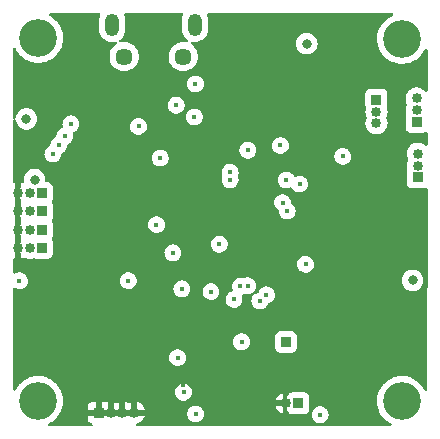
<source format=gbr>
%TF.GenerationSoftware,KiCad,Pcbnew,(6.0.5)*%
%TF.CreationDate,2022-08-01T15:23:18+02:00*%
%TF.ProjectId,DroneHardware,44726f6e-6548-4617-9264-776172652e6b,rev?*%
%TF.SameCoordinates,Original*%
%TF.FileFunction,Copper,L2,Inr*%
%TF.FilePolarity,Positive*%
%FSLAX46Y46*%
G04 Gerber Fmt 4.6, Leading zero omitted, Abs format (unit mm)*
G04 Created by KiCad (PCBNEW (6.0.5)) date 2022-08-01 15:23:18*
%MOMM*%
%LPD*%
G01*
G04 APERTURE LIST*
%TA.AperFunction,ComponentPad*%
%ADD10R,0.850000X0.850000*%
%TD*%
%TA.AperFunction,ComponentPad*%
%ADD11O,0.850000X0.850000*%
%TD*%
%TA.AperFunction,ComponentPad*%
%ADD12O,1.200000X1.900000*%
%TD*%
%TA.AperFunction,ComponentPad*%
%ADD13C,1.450000*%
%TD*%
%TA.AperFunction,ComponentPad*%
%ADD14C,3.200000*%
%TD*%
%TA.AperFunction,ViaPad*%
%ADD15C,0.400000*%
%TD*%
%TA.AperFunction,ViaPad*%
%ADD16C,0.800000*%
%TD*%
G04 APERTURE END LIST*
D10*
%TO.N,PWM4*%
%TO.C,J208*%
X130890000Y-103460000D03*
D11*
%TO.N,+5V*%
X129890000Y-103460000D03*
%TO.N,GND*%
X128890000Y-103460000D03*
%TD*%
D10*
%TO.N,USART1_TX*%
%TO.C,J210*%
X162620000Y-92810000D03*
D11*
%TO.N,USART1_RX*%
X162620000Y-91810000D03*
%TO.N,unconnected-(J210-Pad3)*%
X162620000Y-90810000D03*
%TD*%
D10*
%TO.N,+5V*%
%TO.C,J202*%
X152600000Y-116620000D03*
D11*
%TO.N,GND*%
X151600000Y-116620000D03*
%TD*%
D12*
%TO.N,unconnected-(J201-Pad6)*%
%TO.C,J201*%
X143860000Y-84562500D03*
D13*
X137860000Y-87262500D03*
X142860000Y-87262500D03*
D12*
X136860000Y-84562500D03*
%TD*%
D10*
%TO.N,PWM3*%
%TO.C,J207*%
X130890000Y-101920000D03*
D11*
%TO.N,+5V*%
X129890000Y-101920000D03*
%TO.N,GND*%
X128890000Y-101920000D03*
%TD*%
D10*
%TO.N,USART6_TX*%
%TO.C,J209*%
X162720000Y-97490000D03*
D11*
%TO.N,USART6_RX*%
X162720000Y-96490000D03*
%TO.N,USART6_CK*%
X162720000Y-95490000D03*
%TD*%
D14*
%TO.N,*%
%TO.C,H201*%
X161380000Y-116420000D03*
%TD*%
D10*
%TO.N,PWM2*%
%TO.C,J206*%
X130890000Y-100370000D03*
D11*
%TO.N,+5V*%
X129890000Y-100370000D03*
%TO.N,GND*%
X128890000Y-100370000D03*
%TD*%
D14*
%TO.N,*%
%TO.C,H203*%
X161390000Y-85770000D03*
%TD*%
%TO.N,*%
%TO.C,H204*%
X130590000Y-85690000D03*
%TD*%
D10*
%TO.N,USART3_TX*%
%TO.C,J211*%
X159220000Y-90920000D03*
D11*
%TO.N,USART3_RX*%
X159220000Y-91920000D03*
%TO.N,unconnected-(J211-Pad3)*%
X159220000Y-92920000D03*
%TD*%
D14*
%TO.N,*%
%TO.C,H202*%
X130570000Y-116420000D03*
%TD*%
D10*
%TO.N,PWM1*%
%TO.C,J205*%
X130890000Y-98830000D03*
D11*
%TO.N,+5V*%
X129890000Y-98830000D03*
%TO.N,GND*%
X128890000Y-98830000D03*
%TD*%
D10*
%TO.N,BUCK_IN*%
%TO.C,J101*%
X151560000Y-111440000D03*
%TD*%
%TO.N,GND*%
%TO.C,J102*%
X135710000Y-117410000D03*
D11*
X136710000Y-117410000D03*
X137710000Y-117410000D03*
X138710000Y-117410000D03*
%TD*%
D15*
%TO.N,BUCK_VOUT_3V3*%
X128990000Y-106240000D03*
X156370000Y-95720000D03*
X140920000Y-95860000D03*
X143910000Y-117530000D03*
X145210000Y-107160000D03*
D16*
X153320000Y-86180000D03*
D15*
X143900000Y-89590000D03*
D16*
X162280000Y-106210000D03*
D15*
X143800000Y-92390000D03*
X153228000Y-104862000D03*
X140590000Y-101490000D03*
%TO.N,GND*%
X142880000Y-115080000D03*
X141930000Y-115810000D03*
X139560000Y-94750000D03*
X138241444Y-100411444D03*
X146940000Y-117050000D03*
X152146000Y-109030000D03*
X154168000Y-104892000D03*
X139520000Y-104680000D03*
D16*
X131180000Y-90770000D03*
D15*
X143790000Y-106130000D03*
X145440000Y-89590000D03*
D16*
X154300000Y-110480000D03*
D15*
X145520000Y-91640000D03*
X145870000Y-117500000D03*
X146940000Y-111440000D03*
X138390000Y-88730000D03*
X156720000Y-93750000D03*
X128950000Y-107520000D03*
X149070000Y-116500000D03*
X155360000Y-91890000D03*
X140480000Y-104620000D03*
X134680000Y-96920000D03*
D16*
X159060000Y-99850000D03*
D15*
X141440000Y-100750000D03*
X128940000Y-108780000D03*
D16*
X157040000Y-84200000D03*
D15*
X136210000Y-95500000D03*
X128940000Y-111310000D03*
D16*
X161580000Y-99740000D03*
X159990000Y-106100000D03*
%TO.N,+5V*%
X130280000Y-97690000D03*
D15*
X154460000Y-117590000D03*
X139080000Y-93180000D03*
D16*
X129590000Y-92540000D03*
D15*
X142270000Y-91380000D03*
%TO.N,SWDIO*%
X138210000Y-106240000D03*
X145920000Y-103150000D03*
%TO.N,SWCLK*%
X148330000Y-95200000D03*
X151090000Y-94790000D03*
%TO.N,PWM4*%
X133350000Y-92964000D03*
X141986000Y-103886000D03*
%TO.N,PWM3*%
X142748000Y-106934000D03*
X132842000Y-93980000D03*
%TO.N,USB_D-*%
X152713374Y-98053375D03*
X146830000Y-97065000D03*
%TO.N,USB_D+*%
X151583677Y-97715000D03*
X146830000Y-97715000D03*
%TO.N,PWM1*%
X131826000Y-95504000D03*
X149352000Y-107950000D03*
%TO.N,GYRO_INT_EXTI*%
X148307788Y-106666954D03*
X142890908Y-115679404D03*
%TO.N,USART3_TX*%
X151280000Y-99630000D03*
%TO.N,GYRO_MISO_PIN*%
X147160000Y-107830000D03*
X142380000Y-112750000D03*
%TO.N,GYRO_MOSI_PIN*%
X147709500Y-106705093D03*
X147800000Y-111410000D03*
%TO.N,PWM2*%
X149901500Y-107442000D03*
X132334000Y-94742000D03*
%TO.N,USART3_RX*%
X151660000Y-100330000D03*
%TD*%
%TA.AperFunction,Conductor*%
%TO.N,GND*%
G36*
X160518294Y-83586529D02*
G01*
X160586405Y-83606564D01*
X160632872Y-83660243D01*
X160642942Y-83730521D01*
X160613417Y-83795088D01*
X160567669Y-83828425D01*
X160527127Y-83845718D01*
X160434476Y-83885237D01*
X160434472Y-83885239D01*
X160430524Y-83886923D01*
X160413565Y-83897073D01*
X160187521Y-84032357D01*
X160187517Y-84032360D01*
X160183839Y-84034561D01*
X159959472Y-84214313D01*
X159761577Y-84422851D01*
X159593814Y-84656317D01*
X159459288Y-84910392D01*
X159360489Y-85180373D01*
X159299245Y-85461264D01*
X159298909Y-85465534D01*
X159278543Y-85724317D01*
X159276689Y-85747869D01*
X159293238Y-86034883D01*
X159294063Y-86039088D01*
X159294064Y-86039096D01*
X159319804Y-86170291D01*
X159348586Y-86316995D01*
X159349973Y-86321045D01*
X159349974Y-86321050D01*
X159436777Y-86574579D01*
X159441710Y-86588986D01*
X159444557Y-86594646D01*
X159559121Y-86822431D01*
X159570885Y-86845822D01*
X159733721Y-87082750D01*
X159927206Y-87295388D01*
X159930501Y-87298143D01*
X159930502Y-87298144D01*
X160097738Y-87437974D01*
X160147759Y-87479798D01*
X160391298Y-87632571D01*
X160653318Y-87750877D01*
X160657437Y-87752097D01*
X160924857Y-87831311D01*
X160924862Y-87831312D01*
X160928970Y-87832529D01*
X160933204Y-87833177D01*
X160933209Y-87833178D01*
X161181811Y-87871219D01*
X161213153Y-87876015D01*
X161359485Y-87878314D01*
X161496317Y-87880464D01*
X161496323Y-87880464D01*
X161500608Y-87880531D01*
X161504860Y-87880016D01*
X161504868Y-87880016D01*
X161781756Y-87846508D01*
X161781761Y-87846507D01*
X161786017Y-87845992D01*
X161961267Y-87800016D01*
X162059954Y-87774126D01*
X162059955Y-87774126D01*
X162064097Y-87773039D01*
X162329704Y-87663021D01*
X162463798Y-87584663D01*
X162574219Y-87520138D01*
X162574220Y-87520137D01*
X162577922Y-87517974D01*
X162804159Y-87340582D01*
X162845285Y-87298144D01*
X163001244Y-87137206D01*
X163004227Y-87134128D01*
X163006760Y-87130680D01*
X163006764Y-87130675D01*
X163171887Y-86905886D01*
X163174425Y-86902431D01*
X163311604Y-86649779D01*
X163312373Y-86647743D01*
X163358584Y-86594516D01*
X163426724Y-86574579D01*
X163494825Y-86594646D01*
X163541267Y-86648346D01*
X163552603Y-86700620D01*
X163551501Y-90121244D01*
X163531477Y-90189358D01*
X163477806Y-90235833D01*
X163407529Y-90245915D01*
X163342958Y-90216401D01*
X163331877Y-90205525D01*
X163248074Y-90112453D01*
X163200686Y-90078023D01*
X163094663Y-90000993D01*
X163094662Y-90000992D01*
X163089321Y-89997112D01*
X163083293Y-89994428D01*
X163083291Y-89994427D01*
X162916087Y-89919983D01*
X162916086Y-89919983D01*
X162910056Y-89917298D01*
X162814086Y-89896899D01*
X162724572Y-89877872D01*
X162724568Y-89877872D01*
X162718115Y-89876500D01*
X162521885Y-89876500D01*
X162515432Y-89877872D01*
X162515428Y-89877872D01*
X162425914Y-89896899D01*
X162329944Y-89917298D01*
X162323914Y-89919983D01*
X162323913Y-89919983D01*
X162156709Y-89994427D01*
X162156707Y-89994428D01*
X162150679Y-89997112D01*
X162145338Y-90000992D01*
X162145337Y-90000993D01*
X162039315Y-90078023D01*
X161991926Y-90112453D01*
X161987505Y-90117363D01*
X161987504Y-90117364D01*
X161868113Y-90249962D01*
X161860623Y-90258280D01*
X161857322Y-90263998D01*
X161787644Y-90384684D01*
X161762508Y-90428220D01*
X161701870Y-90614845D01*
X161701180Y-90621408D01*
X161701180Y-90621409D01*
X161691106Y-90717254D01*
X161681358Y-90810000D01*
X161701870Y-91005155D01*
X161703910Y-91011433D01*
X161703910Y-91011434D01*
X161716228Y-91049344D01*
X161762508Y-91191780D01*
X161765811Y-91197502D01*
X161765812Y-91197503D01*
X161794389Y-91247000D01*
X161811127Y-91315996D01*
X161794389Y-91373000D01*
X161780804Y-91396531D01*
X161762508Y-91428220D01*
X161760466Y-91434505D01*
X161709389Y-91591705D01*
X161701870Y-91614845D01*
X161701180Y-91621408D01*
X161701180Y-91621409D01*
X161682440Y-91799709D01*
X161681358Y-91810000D01*
X161682048Y-91816565D01*
X161701134Y-91998148D01*
X161701870Y-92005155D01*
X161703911Y-92011436D01*
X161703911Y-92011437D01*
X161731167Y-92095325D01*
X161733194Y-92166292D01*
X161729316Y-92178489D01*
X161696029Y-92267282D01*
X161696027Y-92267288D01*
X161693255Y-92274684D01*
X161686500Y-92336866D01*
X161686500Y-93283134D01*
X161693255Y-93345316D01*
X161744385Y-93481705D01*
X161831739Y-93598261D01*
X161948295Y-93685615D01*
X162084684Y-93736745D01*
X162146866Y-93743500D01*
X163093134Y-93743500D01*
X163155316Y-93736745D01*
X163291705Y-93685615D01*
X163348770Y-93642847D01*
X163415276Y-93617999D01*
X163484659Y-93633052D01*
X163534889Y-93683226D01*
X163550335Y-93743714D01*
X163550188Y-94199709D01*
X163550034Y-94680993D01*
X163550030Y-94692264D01*
X163530006Y-94760378D01*
X163476335Y-94806853D01*
X163406058Y-94816935D01*
X163349525Y-94790455D01*
X163348074Y-94792453D01*
X163194663Y-94680993D01*
X163194662Y-94680992D01*
X163189321Y-94677112D01*
X163183293Y-94674428D01*
X163183291Y-94674427D01*
X163016087Y-94599983D01*
X163016086Y-94599983D01*
X163010056Y-94597298D01*
X162891240Y-94572043D01*
X162824572Y-94557872D01*
X162824568Y-94557872D01*
X162818115Y-94556500D01*
X162621885Y-94556500D01*
X162615432Y-94557872D01*
X162615428Y-94557872D01*
X162548760Y-94572043D01*
X162429944Y-94597298D01*
X162423914Y-94599983D01*
X162423913Y-94599983D01*
X162256709Y-94674427D01*
X162256707Y-94674428D01*
X162250679Y-94677112D01*
X162245338Y-94680992D01*
X162245337Y-94680993D01*
X162100954Y-94785894D01*
X162091926Y-94792453D01*
X162087505Y-94797363D01*
X162087504Y-94797364D01*
X161971032Y-94926720D01*
X161960623Y-94938280D01*
X161862508Y-95108220D01*
X161860466Y-95114505D01*
X161807020Y-95278996D01*
X161801870Y-95294845D01*
X161781358Y-95490000D01*
X161782048Y-95496565D01*
X161799231Y-95660043D01*
X161801870Y-95685155D01*
X161862508Y-95871780D01*
X161865811Y-95877502D01*
X161865812Y-95877503D01*
X161894389Y-95927000D01*
X161911127Y-95995996D01*
X161894389Y-96053000D01*
X161866174Y-96101871D01*
X161862508Y-96108220D01*
X161801870Y-96294845D01*
X161801180Y-96301408D01*
X161801180Y-96301409D01*
X161787686Y-96429794D01*
X161781358Y-96490000D01*
X161801870Y-96685155D01*
X161803911Y-96691436D01*
X161803911Y-96691437D01*
X161831167Y-96775325D01*
X161833194Y-96846292D01*
X161829316Y-96858489D01*
X161796029Y-96947282D01*
X161796027Y-96947288D01*
X161793255Y-96954684D01*
X161786500Y-97016866D01*
X161786500Y-97963134D01*
X161793255Y-98025316D01*
X161844385Y-98161705D01*
X161931739Y-98278261D01*
X162048295Y-98365615D01*
X162184684Y-98416745D01*
X162246866Y-98423500D01*
X163193134Y-98423500D01*
X163255316Y-98416745D01*
X163378578Y-98370536D01*
X163449386Y-98365353D01*
X163511755Y-98399274D01*
X163545884Y-98461529D01*
X163548808Y-98488557D01*
X163543386Y-115328995D01*
X163543332Y-115495316D01*
X163523308Y-115563430D01*
X163469637Y-115609905D01*
X163399360Y-115619987D01*
X163334789Y-115590473D01*
X163305366Y-115553065D01*
X163189715Y-115328995D01*
X163189715Y-115328994D01*
X163187750Y-115325188D01*
X163174488Y-115306317D01*
X163097553Y-115196851D01*
X163022441Y-115089977D01*
X162946904Y-115008690D01*
X162829661Y-114882521D01*
X162829658Y-114882519D01*
X162826740Y-114879378D01*
X162604268Y-114697287D01*
X162359142Y-114547073D01*
X162341048Y-114539130D01*
X162099830Y-114433243D01*
X162095898Y-114431517D01*
X162069963Y-114424129D01*
X161823534Y-114353932D01*
X161823535Y-114353932D01*
X161819406Y-114352756D01*
X161606704Y-114322485D01*
X161539036Y-114312854D01*
X161539034Y-114312854D01*
X161534784Y-114312249D01*
X161530495Y-114312227D01*
X161530488Y-114312226D01*
X161251583Y-114310765D01*
X161251576Y-114310765D01*
X161247297Y-114310743D01*
X161243053Y-114311302D01*
X161243049Y-114311302D01*
X161117660Y-114327810D01*
X160962266Y-114348268D01*
X160958126Y-114349401D01*
X160958124Y-114349401D01*
X160881311Y-114370415D01*
X160684964Y-114424129D01*
X160681016Y-114425813D01*
X160424476Y-114535237D01*
X160424472Y-114535239D01*
X160420524Y-114536923D01*
X160295960Y-114611473D01*
X160177521Y-114682357D01*
X160177517Y-114682360D01*
X160173839Y-114684561D01*
X159949472Y-114864313D01*
X159848771Y-114970430D01*
X159807479Y-115013943D01*
X159751577Y-115072851D01*
X159583814Y-115306317D01*
X159581805Y-115310112D01*
X159581804Y-115310113D01*
X159575678Y-115321683D01*
X159449288Y-115560392D01*
X159447813Y-115564423D01*
X159357422Y-115811429D01*
X159350489Y-115830373D01*
X159289245Y-116111264D01*
X159288909Y-116115534D01*
X159269444Y-116362868D01*
X159266689Y-116397869D01*
X159283238Y-116684883D01*
X159284063Y-116689088D01*
X159284064Y-116689096D01*
X159303642Y-116788883D01*
X159338586Y-116966995D01*
X159339973Y-116971045D01*
X159339974Y-116971050D01*
X159418137Y-117199344D01*
X159431710Y-117238986D01*
X159472987Y-117321056D01*
X159526422Y-117427299D01*
X159560885Y-117495822D01*
X159678623Y-117667132D01*
X159716171Y-117721764D01*
X159723721Y-117732750D01*
X159726608Y-117735923D01*
X159726609Y-117735924D01*
X159857706Y-117879998D01*
X159917206Y-117945388D01*
X159920501Y-117948143D01*
X159920502Y-117948144D01*
X160131374Y-118124459D01*
X160137759Y-118129798D01*
X160381298Y-118282571D01*
X160385211Y-118284338D01*
X160385217Y-118284341D01*
X160426200Y-118302845D01*
X160480055Y-118349107D01*
X160500349Y-118417141D01*
X160480639Y-118485347D01*
X160427184Y-118532070D01*
X160374425Y-118543682D01*
X154569197Y-118547150D01*
X154501065Y-118527189D01*
X154456533Y-118475859D01*
X154431146Y-118515951D01*
X154366764Y-118545876D01*
X154348072Y-118547282D01*
X139002747Y-118556449D01*
X138934615Y-118536488D01*
X138888090Y-118482860D01*
X138877944Y-118412592D01*
X138907398Y-118347993D01*
X138967101Y-118309574D01*
X138976477Y-118307202D01*
X138993441Y-118303596D01*
X139005932Y-118299538D01*
X139173040Y-118225137D01*
X139184412Y-118218571D01*
X139332394Y-118111056D01*
X139342157Y-118102265D01*
X139464554Y-117966328D01*
X139472270Y-117955709D01*
X139563733Y-117797291D01*
X139569073Y-117785296D01*
X139602885Y-117681232D01*
X139603288Y-117667132D01*
X139596917Y-117664000D01*
X134795116Y-117664000D01*
X134779877Y-117668475D01*
X134778672Y-117669865D01*
X134777001Y-117677548D01*
X134777001Y-117879669D01*
X134777371Y-117886490D01*
X134782895Y-117937352D01*
X134786521Y-117952604D01*
X134831676Y-118073054D01*
X134840214Y-118088649D01*
X134916715Y-118190724D01*
X134929276Y-118203285D01*
X135031351Y-118279786D01*
X135046946Y-118288324D01*
X135117609Y-118314815D01*
X135174374Y-118357457D01*
X135199073Y-118424019D01*
X135183865Y-118493368D01*
X135133579Y-118543486D01*
X135073455Y-118558797D01*
X131544779Y-118560905D01*
X131476648Y-118540944D01*
X131430123Y-118487316D01*
X131419977Y-118417048D01*
X131449431Y-118352449D01*
X131496484Y-118318497D01*
X131497930Y-118317898D01*
X131509704Y-118313021D01*
X131697495Y-118203285D01*
X131754219Y-118170138D01*
X131754220Y-118170137D01*
X131757922Y-118167974D01*
X131984159Y-117990582D01*
X132017954Y-117955709D01*
X132181244Y-117787206D01*
X132184227Y-117784128D01*
X132186760Y-117780680D01*
X132186764Y-117780675D01*
X132351887Y-117555886D01*
X132354425Y-117552431D01*
X132357512Y-117546745D01*
X132370662Y-117522526D01*
X143196335Y-117522526D01*
X143205744Y-117607751D01*
X143213857Y-117681232D01*
X143215153Y-117692975D01*
X143217762Y-117700106D01*
X143217763Y-117700108D01*
X143230115Y-117733861D01*
X143274085Y-117854015D01*
X143278322Y-117860321D01*
X143278324Y-117860324D01*
X143318643Y-117920324D01*
X143369730Y-117996349D01*
X143394452Y-118018844D01*
X143459489Y-118078023D01*
X143496565Y-118111760D01*
X143647268Y-118193585D01*
X143813139Y-118237101D01*
X143900586Y-118238474D01*
X143977003Y-118239675D01*
X143977006Y-118239675D01*
X143984602Y-118239794D01*
X143992006Y-118238098D01*
X143992008Y-118238098D01*
X144062011Y-118222065D01*
X144151759Y-118201510D01*
X144304958Y-118124459D01*
X144310729Y-118119530D01*
X144310732Y-118119528D01*
X144429578Y-118018023D01*
X144435355Y-118013089D01*
X144535424Y-117873830D01*
X144599385Y-117714720D01*
X144606158Y-117667132D01*
X144618199Y-117582526D01*
X153746335Y-117582526D01*
X153755330Y-117664000D01*
X153763271Y-117735924D01*
X153765153Y-117752975D01*
X153767762Y-117760106D01*
X153767763Y-117760108D01*
X153775290Y-117780675D01*
X153824085Y-117914015D01*
X153828322Y-117920321D01*
X153828324Y-117920324D01*
X153845167Y-117945388D01*
X153919730Y-118056349D01*
X154046565Y-118171760D01*
X154197268Y-118253585D01*
X154363139Y-118297101D01*
X154366674Y-118297157D01*
X154429869Y-118325506D01*
X154459291Y-118370620D01*
X154473848Y-118338694D01*
X154533551Y-118300275D01*
X154540985Y-118298332D01*
X154701759Y-118261510D01*
X154854958Y-118184459D01*
X154860729Y-118179530D01*
X154860732Y-118179528D01*
X154979578Y-118078023D01*
X154985355Y-118073089D01*
X155085424Y-117933830D01*
X155149385Y-117774720D01*
X155153554Y-117745425D01*
X155172966Y-117609031D01*
X155172966Y-117609027D01*
X155173547Y-117604947D01*
X155173704Y-117590000D01*
X155164843Y-117516779D01*
X155154015Y-117427299D01*
X155154014Y-117427296D01*
X155153102Y-117419758D01*
X155107431Y-117298891D01*
X155095171Y-117266447D01*
X155092487Y-117259344D01*
X155035432Y-117176328D01*
X154999659Y-117124278D01*
X154999658Y-117124276D01*
X154995357Y-117118019D01*
X154989686Y-117112966D01*
X154872993Y-117008996D01*
X154872990Y-117008994D01*
X154867321Y-117003943D01*
X154859325Y-116999709D01*
X154789593Y-116962788D01*
X154715769Y-116923700D01*
X154698196Y-116919286D01*
X154556822Y-116883775D01*
X154556818Y-116883775D01*
X154549451Y-116881924D01*
X154541852Y-116881884D01*
X154541850Y-116881884D01*
X154470394Y-116881510D01*
X154377969Y-116881026D01*
X154370589Y-116882798D01*
X154370587Y-116882798D01*
X154218602Y-116919286D01*
X154218598Y-116919287D01*
X154211223Y-116921058D01*
X154058839Y-116999709D01*
X153929615Y-117112439D01*
X153831010Y-117252739D01*
X153813016Y-117298891D01*
X153773174Y-117401081D01*
X153768718Y-117412509D01*
X153767726Y-117420042D01*
X153767726Y-117420043D01*
X153750205Y-117553131D01*
X153746335Y-117582526D01*
X144618199Y-117582526D01*
X144622966Y-117549031D01*
X144622966Y-117549027D01*
X144623547Y-117544947D01*
X144623704Y-117530000D01*
X144612224Y-117435137D01*
X144604015Y-117367299D01*
X144604014Y-117367296D01*
X144603102Y-117359758D01*
X144580103Y-117298891D01*
X144545171Y-117206447D01*
X144542487Y-117199344D01*
X144517313Y-117162715D01*
X144449659Y-117064278D01*
X144449658Y-117064276D01*
X144445357Y-117058019D01*
X144439686Y-117052966D01*
X144322993Y-116948996D01*
X144322990Y-116948994D01*
X144317321Y-116943943D01*
X144310494Y-116940328D01*
X144219435Y-116892115D01*
X144205997Y-116885000D01*
X150705090Y-116885000D01*
X150740927Y-116995296D01*
X150746267Y-117007291D01*
X150837730Y-117165709D01*
X150845446Y-117176328D01*
X150967843Y-117312265D01*
X150977606Y-117321056D01*
X151125588Y-117428571D01*
X151136960Y-117435137D01*
X151304068Y-117509538D01*
X151316556Y-117513595D01*
X151328280Y-117516088D01*
X151342341Y-117515015D01*
X151346000Y-117505059D01*
X151346000Y-117093134D01*
X151666500Y-117093134D01*
X151673255Y-117155316D01*
X151724385Y-117291705D01*
X151811739Y-117408261D01*
X151817518Y-117412592D01*
X151851121Y-117474130D01*
X151854000Y-117500913D01*
X151854000Y-117501739D01*
X151857973Y-117515270D01*
X151868468Y-117516779D01*
X151883448Y-117513595D01*
X151891258Y-117511057D01*
X151962226Y-117509030D01*
X151974424Y-117512908D01*
X152064684Y-117546745D01*
X152126866Y-117553500D01*
X153073134Y-117553500D01*
X153135316Y-117546745D01*
X153271705Y-117495615D01*
X153388261Y-117408261D01*
X153475615Y-117291705D01*
X153526745Y-117155316D01*
X153533500Y-117093134D01*
X153533500Y-116146866D01*
X153526745Y-116084684D01*
X153475615Y-115948295D01*
X153388261Y-115831739D01*
X153271705Y-115744385D01*
X153135316Y-115693255D01*
X153073134Y-115686500D01*
X152126866Y-115686500D01*
X152064684Y-115693255D01*
X151984750Y-115723221D01*
X151974424Y-115727092D01*
X151903616Y-115732275D01*
X151891258Y-115728943D01*
X151883448Y-115726405D01*
X151871720Y-115723912D01*
X151857659Y-115724985D01*
X151854000Y-115734941D01*
X151854000Y-115739087D01*
X151833998Y-115807208D01*
X151818025Y-115827028D01*
X151811739Y-115831739D01*
X151724385Y-115948295D01*
X151673255Y-116084684D01*
X151666500Y-116146866D01*
X151666500Y-117093134D01*
X151346000Y-117093134D01*
X151346000Y-116892115D01*
X151341525Y-116876876D01*
X151340135Y-116875671D01*
X151332452Y-116874000D01*
X150719631Y-116874000D01*
X150706100Y-116877973D01*
X150705090Y-116885000D01*
X144205997Y-116885000D01*
X144165769Y-116863700D01*
X144125846Y-116853672D01*
X144006822Y-116823775D01*
X144006818Y-116823775D01*
X143999451Y-116821924D01*
X143991852Y-116821884D01*
X143991850Y-116821884D01*
X143920394Y-116821510D01*
X143827969Y-116821026D01*
X143820589Y-116822798D01*
X143820587Y-116822798D01*
X143668602Y-116859286D01*
X143668598Y-116859287D01*
X143661223Y-116861058D01*
X143508839Y-116939709D01*
X143379615Y-117052439D01*
X143281010Y-117192739D01*
X143254806Y-117259949D01*
X143234409Y-117312265D01*
X143218718Y-117352509D01*
X143217726Y-117360042D01*
X143217726Y-117360043D01*
X143197511Y-117513595D01*
X143196335Y-117522526D01*
X132370662Y-117522526D01*
X132489554Y-117303555D01*
X132489555Y-117303553D01*
X132491604Y-117299779D01*
X132552779Y-117137885D01*
X134777000Y-117137885D01*
X134781475Y-117153124D01*
X134782865Y-117154329D01*
X134790548Y-117156000D01*
X135437885Y-117156000D01*
X135453124Y-117151525D01*
X135454329Y-117150135D01*
X135456000Y-117142452D01*
X135456000Y-117137885D01*
X135964000Y-117137885D01*
X135968475Y-117153124D01*
X135969865Y-117154329D01*
X135977548Y-117156000D01*
X136437885Y-117156000D01*
X136453124Y-117151525D01*
X136454329Y-117150135D01*
X136456000Y-117142452D01*
X136456000Y-117137885D01*
X136964000Y-117137885D01*
X136968475Y-117153124D01*
X136969865Y-117154329D01*
X136977548Y-117156000D01*
X137437885Y-117156000D01*
X137453124Y-117151525D01*
X137454329Y-117150135D01*
X137456000Y-117142452D01*
X137456000Y-117137885D01*
X137964000Y-117137885D01*
X137968475Y-117153124D01*
X137969865Y-117154329D01*
X137977548Y-117156000D01*
X138437885Y-117156000D01*
X138453124Y-117151525D01*
X138454329Y-117150135D01*
X138456000Y-117142452D01*
X138456000Y-117137885D01*
X138964000Y-117137885D01*
X138968475Y-117153124D01*
X138969865Y-117154329D01*
X138977548Y-117156000D01*
X139590369Y-117156000D01*
X139603900Y-117152027D01*
X139604910Y-117145000D01*
X139569073Y-117034704D01*
X139563733Y-117022709D01*
X139472270Y-116864291D01*
X139464554Y-116853672D01*
X139342157Y-116717735D01*
X139332394Y-116708944D01*
X139184412Y-116601429D01*
X139173040Y-116594863D01*
X139005932Y-116520462D01*
X138993444Y-116516405D01*
X138981720Y-116513912D01*
X138967659Y-116514985D01*
X138964000Y-116524941D01*
X138964000Y-117137885D01*
X138456000Y-117137885D01*
X138456000Y-116528261D01*
X138452027Y-116514730D01*
X138441532Y-116513221D01*
X138426556Y-116516405D01*
X138414068Y-116520462D01*
X138261249Y-116588502D01*
X138190882Y-116597936D01*
X138158751Y-116588502D01*
X138005932Y-116520462D01*
X137993444Y-116516405D01*
X137981720Y-116513912D01*
X137967659Y-116514985D01*
X137964000Y-116524941D01*
X137964000Y-117137885D01*
X137456000Y-117137885D01*
X137456000Y-116528261D01*
X137452027Y-116514730D01*
X137441532Y-116513221D01*
X137426556Y-116516405D01*
X137414068Y-116520462D01*
X137261249Y-116588502D01*
X137190882Y-116597936D01*
X137158751Y-116588502D01*
X137005932Y-116520462D01*
X136993444Y-116516405D01*
X136981720Y-116513912D01*
X136967659Y-116514985D01*
X136964000Y-116524941D01*
X136964000Y-117137885D01*
X136456000Y-117137885D01*
X136456000Y-116528261D01*
X136452027Y-116514730D01*
X136441532Y-116513221D01*
X136426554Y-116516405D01*
X136417983Y-116519190D01*
X136347015Y-116521219D01*
X136334815Y-116517340D01*
X136252609Y-116486522D01*
X136237351Y-116482895D01*
X136186486Y-116477369D01*
X136179672Y-116477000D01*
X135982115Y-116477000D01*
X135966876Y-116481475D01*
X135965671Y-116482865D01*
X135964000Y-116490548D01*
X135964000Y-117137885D01*
X135456000Y-117137885D01*
X135456000Y-116495116D01*
X135451525Y-116479877D01*
X135450135Y-116478672D01*
X135442452Y-116477001D01*
X135240331Y-116477001D01*
X135233510Y-116477371D01*
X135182648Y-116482895D01*
X135167396Y-116486521D01*
X135046946Y-116531676D01*
X135031351Y-116540214D01*
X134929276Y-116616715D01*
X134916715Y-116629276D01*
X134840214Y-116731351D01*
X134831676Y-116746946D01*
X134786522Y-116867394D01*
X134782895Y-116882649D01*
X134777369Y-116933514D01*
X134777000Y-116940328D01*
X134777000Y-117137885D01*
X132552779Y-117137885D01*
X132564281Y-117107447D01*
X132591707Y-117034866D01*
X132591708Y-117034862D01*
X132593225Y-117030848D01*
X132624999Y-116892115D01*
X132656449Y-116754797D01*
X132656450Y-116754793D01*
X132657407Y-116750613D01*
X132660342Y-116717735D01*
X132682743Y-116466726D01*
X132682743Y-116466724D01*
X132682963Y-116464260D01*
X132683427Y-116420000D01*
X132681319Y-116389079D01*
X132664165Y-116137452D01*
X132664164Y-116137446D01*
X132663873Y-116133175D01*
X132659336Y-116111264D01*
X132609614Y-115871168D01*
X132605574Y-115851658D01*
X132541929Y-115671930D01*
X142177243Y-115671930D01*
X142183705Y-115730462D01*
X142194736Y-115830373D01*
X142196061Y-115842379D01*
X142198670Y-115849510D01*
X142198671Y-115849512D01*
X142206596Y-115871168D01*
X142254993Y-116003419D01*
X142259230Y-116009725D01*
X142259232Y-116009728D01*
X142302617Y-116074291D01*
X142350638Y-116145753D01*
X142477473Y-116261164D01*
X142628176Y-116342989D01*
X142794047Y-116386505D01*
X142881494Y-116387878D01*
X142957911Y-116389079D01*
X142957914Y-116389079D01*
X142965510Y-116389198D01*
X142972914Y-116387502D01*
X142972916Y-116387502D01*
X143066798Y-116366000D01*
X143080473Y-116362868D01*
X150706712Y-116362868D01*
X150713083Y-116366000D01*
X151327885Y-116366000D01*
X151343124Y-116361525D01*
X151344329Y-116360135D01*
X151346000Y-116352452D01*
X151346000Y-115738261D01*
X151342027Y-115724730D01*
X151331532Y-115723221D01*
X151316556Y-115726405D01*
X151304068Y-115730462D01*
X151136961Y-115804863D01*
X151125589Y-115811429D01*
X150977606Y-115918944D01*
X150967843Y-115927735D01*
X150845446Y-116063672D01*
X150837730Y-116074291D01*
X150746267Y-116232709D01*
X150740927Y-116244704D01*
X150707115Y-116348768D01*
X150706712Y-116362868D01*
X143080473Y-116362868D01*
X143132667Y-116350914D01*
X143285866Y-116273863D01*
X143291637Y-116268934D01*
X143291640Y-116268932D01*
X143410486Y-116167427D01*
X143416263Y-116162493D01*
X143516332Y-116023234D01*
X143580293Y-115864124D01*
X143599532Y-115728943D01*
X143603874Y-115698435D01*
X143603874Y-115698431D01*
X143604455Y-115694351D01*
X143604534Y-115686869D01*
X143604569Y-115683537D01*
X143604569Y-115683531D01*
X143604612Y-115679404D01*
X143592201Y-115576848D01*
X143584923Y-115516703D01*
X143584922Y-115516700D01*
X143584010Y-115509162D01*
X143570415Y-115473182D01*
X143526079Y-115355851D01*
X143523395Y-115348748D01*
X143426265Y-115207423D01*
X143420594Y-115202370D01*
X143303901Y-115098400D01*
X143303898Y-115098398D01*
X143298229Y-115093347D01*
X143290233Y-115089113D01*
X143153389Y-115016658D01*
X143153390Y-115016658D01*
X143146677Y-115013104D01*
X143129104Y-115008690D01*
X142987730Y-114973179D01*
X142987726Y-114973179D01*
X142980359Y-114971328D01*
X142972760Y-114971288D01*
X142972758Y-114971288D01*
X142901302Y-114970914D01*
X142808877Y-114970430D01*
X142801497Y-114972202D01*
X142801495Y-114972202D01*
X142649510Y-115008690D01*
X142649506Y-115008691D01*
X142642131Y-115010462D01*
X142489747Y-115089113D01*
X142360523Y-115201843D01*
X142261918Y-115342143D01*
X142199626Y-115501913D01*
X142198634Y-115509446D01*
X142198634Y-115509447D01*
X142185409Y-115609905D01*
X142177243Y-115671930D01*
X132541929Y-115671930D01*
X132509607Y-115580657D01*
X132377750Y-115325188D01*
X132364488Y-115306317D01*
X132287553Y-115196851D01*
X132212441Y-115089977D01*
X132136904Y-115008690D01*
X132019661Y-114882521D01*
X132019658Y-114882519D01*
X132016740Y-114879378D01*
X131794268Y-114697287D01*
X131549142Y-114547073D01*
X131531048Y-114539130D01*
X131289830Y-114433243D01*
X131285898Y-114431517D01*
X131259963Y-114424129D01*
X131013534Y-114353932D01*
X131013535Y-114353932D01*
X131009406Y-114352756D01*
X130796704Y-114322485D01*
X130729036Y-114312854D01*
X130729034Y-114312854D01*
X130724784Y-114312249D01*
X130720495Y-114312227D01*
X130720488Y-114312226D01*
X130441583Y-114310765D01*
X130441576Y-114310765D01*
X130437297Y-114310743D01*
X130433053Y-114311302D01*
X130433049Y-114311302D01*
X130307660Y-114327810D01*
X130152266Y-114348268D01*
X130148126Y-114349401D01*
X130148124Y-114349401D01*
X130071311Y-114370415D01*
X129874964Y-114424129D01*
X129871016Y-114425813D01*
X129614476Y-114535237D01*
X129614472Y-114535239D01*
X129610524Y-114536923D01*
X129485960Y-114611473D01*
X129367521Y-114682357D01*
X129367517Y-114682360D01*
X129363839Y-114684561D01*
X129139472Y-114864313D01*
X129038771Y-114970430D01*
X128997479Y-115013943D01*
X128941577Y-115072851D01*
X128773814Y-115306317D01*
X128747587Y-115355851D01*
X128685463Y-115473182D01*
X128635910Y-115524026D01*
X128566736Y-115540007D01*
X128499902Y-115516053D01*
X128456629Y-115459769D01*
X128448109Y-115414270D01*
X128448085Y-115349223D01*
X128447109Y-112742526D01*
X141666335Y-112742526D01*
X141685153Y-112912975D01*
X141687762Y-112920106D01*
X141687763Y-112920108D01*
X141695688Y-112941764D01*
X141744085Y-113074015D01*
X141839730Y-113216349D01*
X141966565Y-113331760D01*
X142117268Y-113413585D01*
X142283139Y-113457101D01*
X142370586Y-113458474D01*
X142447003Y-113459675D01*
X142447006Y-113459675D01*
X142454602Y-113459794D01*
X142462006Y-113458098D01*
X142462008Y-113458098D01*
X142524846Y-113443706D01*
X142621759Y-113421510D01*
X142774958Y-113344459D01*
X142780729Y-113339530D01*
X142780732Y-113339528D01*
X142899578Y-113238023D01*
X142905355Y-113233089D01*
X143005424Y-113093830D01*
X143069385Y-112934720D01*
X143093547Y-112764947D01*
X143093704Y-112750000D01*
X143073102Y-112579758D01*
X143012487Y-112419344D01*
X142974430Y-112363971D01*
X142919659Y-112284278D01*
X142919658Y-112284276D01*
X142915357Y-112278019D01*
X142909686Y-112272966D01*
X142792993Y-112168996D01*
X142792990Y-112168994D01*
X142787321Y-112163943D01*
X142779325Y-112159709D01*
X142642481Y-112087254D01*
X142642482Y-112087254D01*
X142635769Y-112083700D01*
X142618196Y-112079286D01*
X142476822Y-112043775D01*
X142476818Y-112043775D01*
X142469451Y-112041924D01*
X142461852Y-112041884D01*
X142461850Y-112041884D01*
X142390394Y-112041510D01*
X142297969Y-112041026D01*
X142290589Y-112042798D01*
X142290587Y-112042798D01*
X142138602Y-112079286D01*
X142138598Y-112079287D01*
X142131223Y-112081058D01*
X141978839Y-112159709D01*
X141849615Y-112272439D01*
X141751010Y-112412739D01*
X141688718Y-112572509D01*
X141666335Y-112742526D01*
X128447109Y-112742526D01*
X128446607Y-111402526D01*
X147086335Y-111402526D01*
X147105153Y-111572975D01*
X147107762Y-111580106D01*
X147107763Y-111580108D01*
X147115688Y-111601764D01*
X147164085Y-111734015D01*
X147259730Y-111876349D01*
X147386565Y-111991760D01*
X147537268Y-112073585D01*
X147703139Y-112117101D01*
X147790586Y-112118474D01*
X147867003Y-112119675D01*
X147867006Y-112119675D01*
X147874602Y-112119794D01*
X147882006Y-112118098D01*
X147882008Y-112118098D01*
X147946632Y-112103297D01*
X148041759Y-112081510D01*
X148194958Y-112004459D01*
X148200729Y-111999530D01*
X148200732Y-111999528D01*
X148301885Y-111913134D01*
X150626500Y-111913134D01*
X150633255Y-111975316D01*
X150684385Y-112111705D01*
X150771739Y-112228261D01*
X150888295Y-112315615D01*
X151024684Y-112366745D01*
X151086866Y-112373500D01*
X152033134Y-112373500D01*
X152095316Y-112366745D01*
X152231705Y-112315615D01*
X152348261Y-112228261D01*
X152435615Y-112111705D01*
X152486745Y-111975316D01*
X152493500Y-111913134D01*
X152493500Y-110966866D01*
X152486745Y-110904684D01*
X152435615Y-110768295D01*
X152348261Y-110651739D01*
X152231705Y-110564385D01*
X152095316Y-110513255D01*
X152033134Y-110506500D01*
X151086866Y-110506500D01*
X151024684Y-110513255D01*
X150888295Y-110564385D01*
X150771739Y-110651739D01*
X150684385Y-110768295D01*
X150633255Y-110904684D01*
X150626500Y-110966866D01*
X150626500Y-111913134D01*
X148301885Y-111913134D01*
X148319578Y-111898023D01*
X148325355Y-111893089D01*
X148425424Y-111753830D01*
X148489385Y-111594720D01*
X148513547Y-111424947D01*
X148513704Y-111410000D01*
X148493102Y-111239758D01*
X148432487Y-111079344D01*
X148423675Y-111066523D01*
X148339659Y-110944278D01*
X148339658Y-110944276D01*
X148335357Y-110938019D01*
X148329686Y-110932966D01*
X148212993Y-110828996D01*
X148212990Y-110828994D01*
X148207321Y-110823943D01*
X148199325Y-110819709D01*
X148146723Y-110791858D01*
X148055769Y-110743700D01*
X148038196Y-110739286D01*
X147896822Y-110703775D01*
X147896818Y-110703775D01*
X147889451Y-110701924D01*
X147881852Y-110701884D01*
X147881850Y-110701884D01*
X147810394Y-110701510D01*
X147717969Y-110701026D01*
X147710589Y-110702798D01*
X147710587Y-110702798D01*
X147558602Y-110739286D01*
X147558598Y-110739287D01*
X147551223Y-110741058D01*
X147398839Y-110819709D01*
X147269615Y-110932439D01*
X147171010Y-111072739D01*
X147108718Y-111232509D01*
X147086335Y-111402526D01*
X128446607Y-111402526D01*
X128444945Y-106962128D01*
X128464922Y-106894002D01*
X128518560Y-106847489D01*
X128588830Y-106837359D01*
X128631066Y-106851352D01*
X128727268Y-106903585D01*
X128893139Y-106947101D01*
X128980586Y-106948474D01*
X129057003Y-106949675D01*
X129057006Y-106949675D01*
X129064602Y-106949794D01*
X129072006Y-106948098D01*
X129072008Y-106948098D01*
X129151490Y-106929894D01*
X129231759Y-106911510D01*
X129384958Y-106834459D01*
X129390729Y-106829530D01*
X129390732Y-106829528D01*
X129509578Y-106728023D01*
X129515355Y-106723089D01*
X129601402Y-106603344D01*
X129610992Y-106589998D01*
X129610993Y-106589997D01*
X129615424Y-106583830D01*
X129679385Y-106424720D01*
X129689593Y-106352996D01*
X129702966Y-106259031D01*
X129702966Y-106259027D01*
X129703547Y-106254947D01*
X129703704Y-106240000D01*
X129702800Y-106232526D01*
X137496335Y-106232526D01*
X137500311Y-106268539D01*
X137512055Y-106374912D01*
X137515153Y-106402975D01*
X137517762Y-106410106D01*
X137517763Y-106410108D01*
X137533743Y-106453775D01*
X137574085Y-106564015D01*
X137578322Y-106570321D01*
X137578324Y-106570324D01*
X137596308Y-106597086D01*
X137669730Y-106706349D01*
X137699048Y-106733026D01*
X137790810Y-106816523D01*
X137796565Y-106821760D01*
X137947268Y-106903585D01*
X138113139Y-106947101D01*
X138200586Y-106948474D01*
X138277003Y-106949675D01*
X138277006Y-106949675D01*
X138284602Y-106949794D01*
X138292006Y-106948098D01*
X138292008Y-106948098D01*
X138371490Y-106929894D01*
X138386196Y-106926526D01*
X142034335Y-106926526D01*
X142042142Y-106997237D01*
X142051146Y-107078794D01*
X142053153Y-107096975D01*
X142055762Y-107104106D01*
X142055763Y-107104108D01*
X142061954Y-107121026D01*
X142112085Y-107258015D01*
X142116322Y-107264321D01*
X142116324Y-107264324D01*
X142158435Y-107326991D01*
X142207730Y-107400349D01*
X142248991Y-107437894D01*
X142328233Y-107509998D01*
X142334565Y-107515760D01*
X142485268Y-107597585D01*
X142651139Y-107641101D01*
X142738586Y-107642474D01*
X142815003Y-107643675D01*
X142815006Y-107643675D01*
X142822602Y-107643794D01*
X142830006Y-107642098D01*
X142830008Y-107642098D01*
X142926304Y-107620043D01*
X142989759Y-107605510D01*
X143142958Y-107528459D01*
X143148729Y-107523530D01*
X143148732Y-107523528D01*
X143267578Y-107422023D01*
X143273355Y-107417089D01*
X143373424Y-107277830D01*
X143423795Y-107152526D01*
X144496335Y-107152526D01*
X144500810Y-107193055D01*
X144510910Y-107284539D01*
X144515153Y-107322975D01*
X144517762Y-107330106D01*
X144517763Y-107330108D01*
X144533889Y-107374174D01*
X144574085Y-107484015D01*
X144578322Y-107490321D01*
X144578324Y-107490324D01*
X144587400Y-107503830D01*
X144669730Y-107626349D01*
X144796565Y-107741760D01*
X144947268Y-107823585D01*
X145113139Y-107867101D01*
X145200586Y-107868474D01*
X145277003Y-107869675D01*
X145277006Y-107869675D01*
X145284602Y-107869794D01*
X145292006Y-107868098D01*
X145292008Y-107868098D01*
X145375258Y-107849031D01*
X145451759Y-107831510D01*
X145469622Y-107822526D01*
X146446335Y-107822526D01*
X146465153Y-107992975D01*
X146467762Y-108000106D01*
X146467763Y-108000108D01*
X146475688Y-108021764D01*
X146524085Y-108154015D01*
X146619730Y-108296349D01*
X146746565Y-108411760D01*
X146897268Y-108493585D01*
X147063139Y-108537101D01*
X147150586Y-108538474D01*
X147227003Y-108539675D01*
X147227006Y-108539675D01*
X147234602Y-108539794D01*
X147242006Y-108538098D01*
X147242008Y-108538098D01*
X147304846Y-108523706D01*
X147401759Y-108501510D01*
X147554958Y-108424459D01*
X147560729Y-108419530D01*
X147560732Y-108419528D01*
X147679578Y-108318023D01*
X147685355Y-108313089D01*
X147785424Y-108173830D01*
X147849385Y-108014720D01*
X147859660Y-107942526D01*
X147872966Y-107849031D01*
X147872966Y-107849027D01*
X147873547Y-107844947D01*
X147873704Y-107830000D01*
X147853102Y-107659758D01*
X147846804Y-107643089D01*
X147813502Y-107554959D01*
X147808134Y-107484165D01*
X147841892Y-107421708D01*
X147903239Y-107387601D01*
X147951259Y-107376603D01*
X148001070Y-107351551D01*
X148070913Y-107338812D01*
X148089657Y-107342240D01*
X148210927Y-107374055D01*
X148298374Y-107375428D01*
X148374791Y-107376629D01*
X148374794Y-107376629D01*
X148382390Y-107376748D01*
X148389794Y-107375052D01*
X148389796Y-107375052D01*
X148461397Y-107358653D01*
X148549547Y-107338464D01*
X148670922Y-107277419D01*
X148740765Y-107264681D01*
X148806409Y-107291725D01*
X148847011Y-107349966D01*
X148849680Y-107420912D01*
X148822641Y-107471544D01*
X148821615Y-107472439D01*
X148817252Y-107478647D01*
X148817251Y-107478648D01*
X148809045Y-107490324D01*
X148723010Y-107612739D01*
X148707504Y-107652509D01*
X148671294Y-107745384D01*
X148660718Y-107772509D01*
X148659726Y-107780042D01*
X148659726Y-107780043D01*
X148640631Y-107925089D01*
X148638335Y-107942526D01*
X148657153Y-108112975D01*
X148659762Y-108120106D01*
X148659763Y-108120108D01*
X148679423Y-108173830D01*
X148716085Y-108274015D01*
X148720322Y-108280321D01*
X148720324Y-108280324D01*
X148742342Y-108313089D01*
X148811730Y-108416349D01*
X148938565Y-108531760D01*
X149089268Y-108613585D01*
X149255139Y-108657101D01*
X149342586Y-108658474D01*
X149419003Y-108659675D01*
X149419006Y-108659675D01*
X149426602Y-108659794D01*
X149434006Y-108658098D01*
X149434008Y-108658098D01*
X149496846Y-108643706D01*
X149593759Y-108621510D01*
X149746958Y-108544459D01*
X149752729Y-108539530D01*
X149752732Y-108539528D01*
X149871578Y-108438023D01*
X149877355Y-108433089D01*
X149963585Y-108313089D01*
X149972992Y-108299998D01*
X149972993Y-108299997D01*
X149977424Y-108293830D01*
X149980255Y-108286787D01*
X149980258Y-108286782D01*
X150015876Y-108198176D01*
X150059842Y-108142431D01*
X150104656Y-108122351D01*
X150135856Y-108115206D01*
X150135860Y-108115205D01*
X150143259Y-108113510D01*
X150296458Y-108036459D01*
X150302229Y-108031530D01*
X150302232Y-108031528D01*
X150421078Y-107930023D01*
X150426855Y-107925089D01*
X150526924Y-107785830D01*
X150590885Y-107626720D01*
X150594757Y-107599511D01*
X150614466Y-107461031D01*
X150614466Y-107461027D01*
X150615047Y-107456947D01*
X150615204Y-107442000D01*
X150607495Y-107378298D01*
X150595515Y-107279299D01*
X150595514Y-107279296D01*
X150594602Y-107271758D01*
X150588054Y-107254427D01*
X150536671Y-107118447D01*
X150533987Y-107111344D01*
X150524111Y-107096975D01*
X150441159Y-106976278D01*
X150441158Y-106976276D01*
X150436857Y-106970019D01*
X150431186Y-106964966D01*
X150314493Y-106860996D01*
X150314490Y-106860994D01*
X150308821Y-106855943D01*
X150300825Y-106851709D01*
X150163981Y-106779254D01*
X150163982Y-106779254D01*
X150157269Y-106775700D01*
X150139696Y-106771286D01*
X149998322Y-106735775D01*
X149998318Y-106735775D01*
X149990951Y-106733924D01*
X149983352Y-106733884D01*
X149983350Y-106733884D01*
X149911894Y-106733510D01*
X149819469Y-106733026D01*
X149812089Y-106734798D01*
X149812087Y-106734798D01*
X149660102Y-106771286D01*
X149660098Y-106771287D01*
X149652723Y-106773058D01*
X149500339Y-106851709D01*
X149371115Y-106964439D01*
X149272510Y-107104739D01*
X149251243Y-107159286D01*
X149238077Y-107193055D01*
X149194696Y-107249256D01*
X149150099Y-107269803D01*
X149110609Y-107279284D01*
X149110603Y-107279286D01*
X149103223Y-107281058D01*
X148989262Y-107339877D01*
X148919557Y-107353346D01*
X148853633Y-107326991D01*
X148812424Y-107269179D01*
X148809012Y-107198264D01*
X148834312Y-107150883D01*
X148833143Y-107150043D01*
X148928780Y-107016952D01*
X148928781Y-107016951D01*
X148933212Y-107010784D01*
X148997173Y-106851674D01*
X149011380Y-106751852D01*
X149020754Y-106685985D01*
X149020754Y-106685981D01*
X149021335Y-106681901D01*
X149021492Y-106666954D01*
X149011433Y-106583830D01*
X149001803Y-106504253D01*
X149001802Y-106504250D01*
X149000890Y-106496712D01*
X148988021Y-106462653D01*
X148942959Y-106343401D01*
X148940275Y-106336298D01*
X148935974Y-106330040D01*
X148853473Y-106210000D01*
X161366496Y-106210000D01*
X161367186Y-106216565D01*
X161383085Y-106367832D01*
X161386458Y-106399928D01*
X161445473Y-106581556D01*
X161448776Y-106587278D01*
X161448777Y-106587279D01*
X161462153Y-106610447D01*
X161540960Y-106746944D01*
X161545378Y-106751851D01*
X161545379Y-106751852D01*
X161615153Y-106829344D01*
X161668747Y-106888866D01*
X161730973Y-106934076D01*
X161808005Y-106990043D01*
X161823248Y-107001118D01*
X161829276Y-107003802D01*
X161829278Y-107003803D01*
X161938899Y-107052609D01*
X161997712Y-107078794D01*
X162090529Y-107098523D01*
X162178056Y-107117128D01*
X162178061Y-107117128D01*
X162184513Y-107118500D01*
X162375487Y-107118500D01*
X162381939Y-107117128D01*
X162381944Y-107117128D01*
X162469471Y-107098523D01*
X162562288Y-107078794D01*
X162621101Y-107052609D01*
X162730722Y-107003803D01*
X162730724Y-107003802D01*
X162736752Y-107001118D01*
X162751996Y-106990043D01*
X162829027Y-106934076D01*
X162891253Y-106888866D01*
X162944847Y-106829344D01*
X163014621Y-106751852D01*
X163014622Y-106751851D01*
X163019040Y-106746944D01*
X163097847Y-106610447D01*
X163111223Y-106587279D01*
X163111224Y-106587278D01*
X163114527Y-106581556D01*
X163173542Y-106399928D01*
X163176916Y-106367832D01*
X163192814Y-106216565D01*
X163193504Y-106210000D01*
X163184023Y-106119791D01*
X163174232Y-106026635D01*
X163174232Y-106026633D01*
X163173542Y-106020072D01*
X163114527Y-105838444D01*
X163019040Y-105673056D01*
X163006381Y-105658996D01*
X162895675Y-105536045D01*
X162895674Y-105536044D01*
X162891253Y-105531134D01*
X162781685Y-105451528D01*
X162742094Y-105422763D01*
X162742093Y-105422762D01*
X162736752Y-105418882D01*
X162730724Y-105416198D01*
X162730722Y-105416197D01*
X162568319Y-105343891D01*
X162568318Y-105343891D01*
X162562288Y-105341206D01*
X162468887Y-105321353D01*
X162381944Y-105302872D01*
X162381939Y-105302872D01*
X162375487Y-105301500D01*
X162184513Y-105301500D01*
X162178061Y-105302872D01*
X162178056Y-105302872D01*
X162091113Y-105321353D01*
X161997712Y-105341206D01*
X161991682Y-105343891D01*
X161991681Y-105343891D01*
X161829278Y-105416197D01*
X161829276Y-105416198D01*
X161823248Y-105418882D01*
X161817907Y-105422762D01*
X161817906Y-105422763D01*
X161778315Y-105451528D01*
X161668747Y-105531134D01*
X161664326Y-105536044D01*
X161664325Y-105536045D01*
X161553620Y-105658996D01*
X161540960Y-105673056D01*
X161445473Y-105838444D01*
X161386458Y-106020072D01*
X161385768Y-106026633D01*
X161385768Y-106026635D01*
X161375977Y-106119791D01*
X161366496Y-106210000D01*
X148853473Y-106210000D01*
X148847447Y-106201232D01*
X148847446Y-106201230D01*
X148843145Y-106194973D01*
X148758763Y-106119791D01*
X148720781Y-106085950D01*
X148720778Y-106085948D01*
X148715109Y-106080897D01*
X148694610Y-106070043D01*
X148570269Y-106004208D01*
X148570270Y-106004208D01*
X148563557Y-106000654D01*
X148552557Y-105997891D01*
X148404610Y-105960729D01*
X148404606Y-105960729D01*
X148397239Y-105958878D01*
X148389640Y-105958838D01*
X148389638Y-105958838D01*
X148318182Y-105958464D01*
X148225757Y-105957980D01*
X148218377Y-105959752D01*
X148218375Y-105959752D01*
X148066390Y-105996240D01*
X148066386Y-105996241D01*
X148059011Y-105998012D01*
X148052269Y-106001492D01*
X148052263Y-106001494D01*
X148017484Y-106019445D01*
X147947777Y-106032914D01*
X147929000Y-106029683D01*
X147806322Y-105998868D01*
X147806318Y-105998868D01*
X147798951Y-105997017D01*
X147791352Y-105996977D01*
X147791350Y-105996977D01*
X147719894Y-105996603D01*
X147627469Y-105996119D01*
X147620089Y-105997891D01*
X147620087Y-105997891D01*
X147468102Y-106034379D01*
X147468098Y-106034380D01*
X147460723Y-106036151D01*
X147308339Y-106114802D01*
X147179115Y-106227532D01*
X147080510Y-106367832D01*
X147058330Y-106424720D01*
X147030262Y-106496712D01*
X147018218Y-106527602D01*
X147017226Y-106535135D01*
X147017226Y-106535136D01*
X146997099Y-106688019D01*
X146995835Y-106697619D01*
X147004164Y-106773058D01*
X147013621Y-106858718D01*
X147014653Y-106868068D01*
X147053942Y-106975429D01*
X147056260Y-106981764D01*
X147060886Y-107052609D01*
X147026477Y-107114710D01*
X146967347Y-107147584D01*
X146911223Y-107161058D01*
X146758839Y-107239709D01*
X146629615Y-107352439D01*
X146531010Y-107492739D01*
X146515753Y-107531871D01*
X146472116Y-107643794D01*
X146468718Y-107652509D01*
X146467726Y-107660042D01*
X146467726Y-107660043D01*
X146452094Y-107778785D01*
X146446335Y-107822526D01*
X145469622Y-107822526D01*
X145604958Y-107754459D01*
X145610729Y-107749530D01*
X145610732Y-107749528D01*
X145729578Y-107648023D01*
X145735355Y-107643089D01*
X145835424Y-107503830D01*
X145899385Y-107344720D01*
X145909769Y-107271758D01*
X145922966Y-107179031D01*
X145922966Y-107179027D01*
X145923547Y-107174947D01*
X145923621Y-107167857D01*
X145923661Y-107164133D01*
X145923661Y-107164127D01*
X145923704Y-107160000D01*
X145906393Y-107016952D01*
X145904015Y-106997299D01*
X145904014Y-106997296D01*
X145903102Y-106989758D01*
X145900082Y-106981764D01*
X145845171Y-106836447D01*
X145842487Y-106829344D01*
X145806195Y-106776539D01*
X145749659Y-106694278D01*
X145749658Y-106694276D01*
X145745357Y-106688019D01*
X145739686Y-106682966D01*
X145622993Y-106578996D01*
X145622990Y-106578994D01*
X145617321Y-106573943D01*
X145609325Y-106569709D01*
X145472481Y-106497254D01*
X145472482Y-106497254D01*
X145465769Y-106493700D01*
X145448196Y-106489286D01*
X145306822Y-106453775D01*
X145306818Y-106453775D01*
X145299451Y-106451924D01*
X145291852Y-106451884D01*
X145291850Y-106451884D01*
X145220394Y-106451510D01*
X145127969Y-106451026D01*
X145120589Y-106452798D01*
X145120587Y-106452798D01*
X144968602Y-106489286D01*
X144968598Y-106489287D01*
X144961223Y-106491058D01*
X144808839Y-106569709D01*
X144679615Y-106682439D01*
X144581010Y-106822739D01*
X144566281Y-106860518D01*
X144523588Y-106970019D01*
X144518718Y-106982509D01*
X144517726Y-106990042D01*
X144517726Y-106990043D01*
X144500786Y-107118720D01*
X144496335Y-107152526D01*
X143423795Y-107152526D01*
X143437385Y-107118720D01*
X143451869Y-107016952D01*
X143460966Y-106953031D01*
X143460966Y-106953027D01*
X143461547Y-106948947D01*
X143461704Y-106934000D01*
X143451828Y-106852388D01*
X143442015Y-106771299D01*
X143442014Y-106771296D01*
X143441102Y-106763758D01*
X143429490Y-106733026D01*
X143383171Y-106610447D01*
X143380487Y-106603344D01*
X143353457Y-106564015D01*
X143287659Y-106468278D01*
X143287658Y-106468276D01*
X143283357Y-106462019D01*
X143277686Y-106456966D01*
X143160993Y-106352996D01*
X143160990Y-106352994D01*
X143155321Y-106347943D01*
X143147325Y-106343709D01*
X143010481Y-106271254D01*
X143010482Y-106271254D01*
X143003769Y-106267700D01*
X142986196Y-106263286D01*
X142844822Y-106227775D01*
X142844818Y-106227775D01*
X142837451Y-106225924D01*
X142829852Y-106225884D01*
X142829850Y-106225884D01*
X142758394Y-106225510D01*
X142665969Y-106225026D01*
X142658589Y-106226798D01*
X142658587Y-106226798D01*
X142506602Y-106263286D01*
X142506598Y-106263287D01*
X142499223Y-106265058D01*
X142346839Y-106343709D01*
X142217615Y-106456439D01*
X142119010Y-106596739D01*
X142093235Y-106662848D01*
X142062677Y-106741226D01*
X142056718Y-106756509D01*
X142055726Y-106764042D01*
X142055726Y-106764043D01*
X142036089Y-106913205D01*
X142034335Y-106926526D01*
X138386196Y-106926526D01*
X138451759Y-106911510D01*
X138604958Y-106834459D01*
X138610729Y-106829530D01*
X138610732Y-106829528D01*
X138729578Y-106728023D01*
X138735355Y-106723089D01*
X138821402Y-106603344D01*
X138830992Y-106589998D01*
X138830993Y-106589997D01*
X138835424Y-106583830D01*
X138899385Y-106424720D01*
X138909593Y-106352996D01*
X138922966Y-106259031D01*
X138922966Y-106259027D01*
X138923547Y-106254947D01*
X138923704Y-106240000D01*
X138908132Y-106111321D01*
X138904015Y-106077299D01*
X138904014Y-106077296D01*
X138903102Y-106069758D01*
X138891719Y-106039632D01*
X138845171Y-105916447D01*
X138842487Y-105909344D01*
X138793759Y-105838444D01*
X138749659Y-105774278D01*
X138749658Y-105774276D01*
X138745357Y-105768019D01*
X138739686Y-105762966D01*
X138622993Y-105658996D01*
X138622990Y-105658994D01*
X138617321Y-105653943D01*
X138609325Y-105649709D01*
X138472481Y-105577254D01*
X138472482Y-105577254D01*
X138465769Y-105573700D01*
X138448196Y-105569286D01*
X138306822Y-105533775D01*
X138306818Y-105533775D01*
X138299451Y-105531924D01*
X138291852Y-105531884D01*
X138291850Y-105531884D01*
X138220394Y-105531510D01*
X138127969Y-105531026D01*
X138120589Y-105532798D01*
X138120587Y-105532798D01*
X137968602Y-105569286D01*
X137968598Y-105569287D01*
X137961223Y-105571058D01*
X137808839Y-105649709D01*
X137679615Y-105762439D01*
X137581010Y-105902739D01*
X137558401Y-105960729D01*
X137527965Y-106038793D01*
X137518718Y-106062509D01*
X137517726Y-106070042D01*
X137517726Y-106070043D01*
X137497650Y-106222540D01*
X137496335Y-106232526D01*
X129702800Y-106232526D01*
X129688132Y-106111321D01*
X129684015Y-106077299D01*
X129684014Y-106077296D01*
X129683102Y-106069758D01*
X129671719Y-106039632D01*
X129625171Y-105916447D01*
X129622487Y-105909344D01*
X129573759Y-105838444D01*
X129529659Y-105774278D01*
X129529658Y-105774276D01*
X129525357Y-105768019D01*
X129519686Y-105762966D01*
X129402993Y-105658996D01*
X129402990Y-105658994D01*
X129397321Y-105653943D01*
X129389325Y-105649709D01*
X129252481Y-105577254D01*
X129252482Y-105577254D01*
X129245769Y-105573700D01*
X129228196Y-105569286D01*
X129086822Y-105533775D01*
X129086818Y-105533775D01*
X129079451Y-105531924D01*
X129071852Y-105531884D01*
X129071850Y-105531884D01*
X129000394Y-105531510D01*
X128907969Y-105531026D01*
X128900589Y-105532798D01*
X128900587Y-105532798D01*
X128748602Y-105569286D01*
X128748598Y-105569287D01*
X128741223Y-105571058D01*
X128734481Y-105574538D01*
X128734475Y-105574540D01*
X128628193Y-105629396D01*
X128558486Y-105642865D01*
X128492563Y-105616509D01*
X128451353Y-105558697D01*
X128444404Y-105517477D01*
X128444383Y-105459871D01*
X128444166Y-104881031D01*
X128444156Y-104854526D01*
X152514335Y-104854526D01*
X152533153Y-105024975D01*
X152535762Y-105032106D01*
X152535763Y-105032108D01*
X152543688Y-105053764D01*
X152592085Y-105186015D01*
X152687730Y-105328349D01*
X152751148Y-105386055D01*
X152791490Y-105422763D01*
X152814565Y-105443760D01*
X152965268Y-105525585D01*
X153131139Y-105569101D01*
X153218586Y-105570474D01*
X153295003Y-105571675D01*
X153295006Y-105571675D01*
X153302602Y-105571794D01*
X153310006Y-105570098D01*
X153310008Y-105570098D01*
X153372846Y-105555706D01*
X153469759Y-105533510D01*
X153622958Y-105456459D01*
X153628729Y-105451530D01*
X153628732Y-105451528D01*
X153747578Y-105350023D01*
X153753355Y-105345089D01*
X153853424Y-105205830D01*
X153917385Y-105046720D01*
X153941547Y-104876947D01*
X153941704Y-104862000D01*
X153921102Y-104691758D01*
X153884841Y-104595794D01*
X153863171Y-104538447D01*
X153860487Y-104531344D01*
X153763357Y-104390019D01*
X153757686Y-104384966D01*
X153640993Y-104280996D01*
X153640990Y-104280994D01*
X153635321Y-104275943D01*
X153628513Y-104272338D01*
X153510805Y-104210015D01*
X153483769Y-104195700D01*
X153466196Y-104191286D01*
X153324822Y-104155775D01*
X153324818Y-104155775D01*
X153317451Y-104153924D01*
X153309852Y-104153884D01*
X153309850Y-104153884D01*
X153238394Y-104153510D01*
X153145969Y-104153026D01*
X153138589Y-104154798D01*
X153138587Y-104154798D01*
X152986602Y-104191286D01*
X152986598Y-104191287D01*
X152979223Y-104193058D01*
X152826839Y-104271709D01*
X152697615Y-104384439D01*
X152599010Y-104524739D01*
X152536718Y-104684509D01*
X152514335Y-104854526D01*
X128444156Y-104854526D01*
X128444014Y-104474254D01*
X128463991Y-104406126D01*
X128517629Y-104359613D01*
X128587899Y-104349483D01*
X128600080Y-104352312D01*
X128600099Y-104352223D01*
X128618280Y-104356088D01*
X128632341Y-104355015D01*
X128636000Y-104345059D01*
X128636000Y-103460000D01*
X128951358Y-103460000D01*
X128971870Y-103655155D01*
X129032508Y-103841780D01*
X129035811Y-103847502D01*
X129035812Y-103847503D01*
X129127119Y-104005651D01*
X129144000Y-104068651D01*
X129144000Y-104341739D01*
X129147973Y-104355270D01*
X129158468Y-104356779D01*
X129173444Y-104353595D01*
X129185932Y-104349538D01*
X129338136Y-104281772D01*
X129408503Y-104272338D01*
X129440630Y-104281771D01*
X129549469Y-104330229D01*
X129592838Y-104349538D01*
X129599944Y-104352702D01*
X129695914Y-104373101D01*
X129785428Y-104392128D01*
X129785432Y-104392128D01*
X129791885Y-104393500D01*
X129988115Y-104393500D01*
X129994568Y-104392128D01*
X129994572Y-104392128D01*
X130079748Y-104374023D01*
X130180056Y-104352702D01*
X130183189Y-104351307D01*
X130252977Y-104349311D01*
X130265174Y-104353189D01*
X130354684Y-104386745D01*
X130416866Y-104393500D01*
X131363134Y-104393500D01*
X131425316Y-104386745D01*
X131561705Y-104335615D01*
X131678261Y-104248261D01*
X131765615Y-104131705D01*
X131816745Y-103995316D01*
X131823500Y-103933134D01*
X131823500Y-103878526D01*
X141272335Y-103878526D01*
X141277987Y-103929717D01*
X141284362Y-103987460D01*
X141291153Y-104048975D01*
X141293762Y-104056106D01*
X141293763Y-104056108D01*
X141301688Y-104077764D01*
X141350085Y-104210015D01*
X141354322Y-104216321D01*
X141354324Y-104216324D01*
X141391998Y-104272388D01*
X141445730Y-104352349D01*
X141572565Y-104467760D01*
X141723268Y-104549585D01*
X141889139Y-104593101D01*
X141976586Y-104594474D01*
X142053003Y-104595675D01*
X142053006Y-104595675D01*
X142060602Y-104595794D01*
X142068006Y-104594098D01*
X142068008Y-104594098D01*
X142130846Y-104579706D01*
X142227759Y-104557510D01*
X142380958Y-104480459D01*
X142386729Y-104475530D01*
X142386732Y-104475528D01*
X142505578Y-104374023D01*
X142511355Y-104369089D01*
X142611424Y-104229830D01*
X142675385Y-104070720D01*
X142684646Y-104005651D01*
X142698966Y-103905031D01*
X142698966Y-103905027D01*
X142699547Y-103900947D01*
X142699704Y-103886000D01*
X142690502Y-103809962D01*
X142680015Y-103723299D01*
X142680014Y-103723296D01*
X142679102Y-103715758D01*
X142618487Y-103555344D01*
X142521357Y-103414019D01*
X142515686Y-103408966D01*
X142398993Y-103304996D01*
X142398990Y-103304994D01*
X142393321Y-103299943D01*
X142385325Y-103295709D01*
X142248481Y-103223254D01*
X142248482Y-103223254D01*
X142241769Y-103219700D01*
X142224196Y-103215286D01*
X142082822Y-103179775D01*
X142082818Y-103179775D01*
X142075451Y-103177924D01*
X142067852Y-103177884D01*
X142067850Y-103177884D01*
X141996394Y-103177510D01*
X141903969Y-103177026D01*
X141896589Y-103178798D01*
X141896587Y-103178798D01*
X141744602Y-103215286D01*
X141744598Y-103215287D01*
X141737223Y-103217058D01*
X141584839Y-103295709D01*
X141455615Y-103408439D01*
X141357010Y-103548739D01*
X141294718Y-103708509D01*
X141293726Y-103716042D01*
X141293726Y-103716043D01*
X141274817Y-103859675D01*
X141272335Y-103878526D01*
X131823500Y-103878526D01*
X131823500Y-103142526D01*
X145206335Y-103142526D01*
X145214368Y-103215286D01*
X145223798Y-103300698D01*
X145225153Y-103312975D01*
X145227762Y-103320106D01*
X145227763Y-103320108D01*
X145235688Y-103341764D01*
X145284085Y-103474015D01*
X145379730Y-103616349D01*
X145506565Y-103731760D01*
X145657268Y-103813585D01*
X145823139Y-103857101D01*
X145910586Y-103858474D01*
X145987003Y-103859675D01*
X145987006Y-103859675D01*
X145994602Y-103859794D01*
X146002006Y-103858098D01*
X146002008Y-103858098D01*
X146100697Y-103835495D01*
X146161759Y-103821510D01*
X146314958Y-103744459D01*
X146320729Y-103739530D01*
X146320732Y-103739528D01*
X146439578Y-103638023D01*
X146445355Y-103633089D01*
X146545424Y-103493830D01*
X146609385Y-103334720D01*
X146614227Y-103300698D01*
X146632966Y-103169031D01*
X146632966Y-103169027D01*
X146633547Y-103164947D01*
X146633704Y-103150000D01*
X146625778Y-103084505D01*
X146614015Y-102987299D01*
X146614014Y-102987296D01*
X146613102Y-102979758D01*
X146592292Y-102924684D01*
X146555171Y-102826447D01*
X146552487Y-102819344D01*
X146469817Y-102699058D01*
X146459659Y-102684278D01*
X146459658Y-102684276D01*
X146455357Y-102678019D01*
X146449686Y-102672966D01*
X146332993Y-102568996D01*
X146332990Y-102568994D01*
X146327321Y-102563943D01*
X146319325Y-102559709D01*
X146182481Y-102487254D01*
X146182482Y-102487254D01*
X146175769Y-102483700D01*
X146158196Y-102479286D01*
X146016822Y-102443775D01*
X146016818Y-102443775D01*
X146009451Y-102441924D01*
X146001852Y-102441884D01*
X146001850Y-102441884D01*
X145930394Y-102441510D01*
X145837969Y-102441026D01*
X145830589Y-102442798D01*
X145830587Y-102442798D01*
X145678602Y-102479286D01*
X145678598Y-102479287D01*
X145671223Y-102481058D01*
X145518839Y-102559709D01*
X145389615Y-102672439D01*
X145291010Y-102812739D01*
X145228718Y-102972509D01*
X145227726Y-102980042D01*
X145227726Y-102980043D01*
X145213974Y-103084505D01*
X145206335Y-103142526D01*
X131823500Y-103142526D01*
X131823500Y-102986866D01*
X131816745Y-102924684D01*
X131765615Y-102788295D01*
X131748578Y-102765563D01*
X131723732Y-102699058D01*
X131738785Y-102629676D01*
X131748574Y-102614443D01*
X131765615Y-102591705D01*
X131816745Y-102455316D01*
X131823500Y-102393134D01*
X131823500Y-101482526D01*
X139876335Y-101482526D01*
X139895153Y-101652975D01*
X139897762Y-101660106D01*
X139897763Y-101660108D01*
X139905688Y-101681764D01*
X139954085Y-101814015D01*
X140049730Y-101956349D01*
X140176565Y-102071760D01*
X140327268Y-102153585D01*
X140493139Y-102197101D01*
X140580586Y-102198474D01*
X140657003Y-102199675D01*
X140657006Y-102199675D01*
X140664602Y-102199794D01*
X140672006Y-102198098D01*
X140672008Y-102198098D01*
X140734846Y-102183706D01*
X140831759Y-102161510D01*
X140984958Y-102084459D01*
X140990729Y-102079530D01*
X140990732Y-102079528D01*
X141109578Y-101978023D01*
X141115355Y-101973089D01*
X141215424Y-101833830D01*
X141279385Y-101674720D01*
X141303547Y-101504947D01*
X141303704Y-101490000D01*
X141290064Y-101377285D01*
X141284015Y-101327299D01*
X141284014Y-101327296D01*
X141283102Y-101319758D01*
X141222487Y-101159344D01*
X141212629Y-101145000D01*
X141129659Y-101024278D01*
X141129658Y-101024276D01*
X141125357Y-101018019D01*
X141119686Y-101012966D01*
X141002993Y-100908996D01*
X141002990Y-100908994D01*
X140997321Y-100903943D01*
X140989325Y-100899709D01*
X140882473Y-100843134D01*
X140845769Y-100823700D01*
X140803525Y-100813089D01*
X140686822Y-100783775D01*
X140686818Y-100783775D01*
X140679451Y-100781924D01*
X140671852Y-100781884D01*
X140671850Y-100781884D01*
X140600394Y-100781510D01*
X140507969Y-100781026D01*
X140500589Y-100782798D01*
X140500587Y-100782798D01*
X140348602Y-100819286D01*
X140348598Y-100819287D01*
X140341223Y-100821058D01*
X140188839Y-100899709D01*
X140059615Y-101012439D01*
X139961010Y-101152739D01*
X139898718Y-101312509D01*
X139897726Y-101320042D01*
X139897726Y-101320043D01*
X139880580Y-101450283D01*
X139876335Y-101482526D01*
X131823500Y-101482526D01*
X131823500Y-101446866D01*
X131816745Y-101384684D01*
X131765615Y-101248295D01*
X131744832Y-101220564D01*
X131719985Y-101154057D01*
X131735039Y-101084675D01*
X131744832Y-101069436D01*
X131760229Y-101048891D01*
X131765615Y-101041705D01*
X131816745Y-100905316D01*
X131823500Y-100843134D01*
X131823500Y-99896866D01*
X131816745Y-99834684D01*
X131765615Y-99698295D01*
X131748578Y-99675563D01*
X131728764Y-99622526D01*
X150566335Y-99622526D01*
X150571847Y-99672453D01*
X150580298Y-99748996D01*
X150585153Y-99792975D01*
X150587762Y-99800106D01*
X150587763Y-99800108D01*
X150600416Y-99834684D01*
X150644085Y-99954015D01*
X150739730Y-100096349D01*
X150866565Y-100211760D01*
X150873240Y-100215384D01*
X150881279Y-100219749D01*
X150931600Y-100269831D01*
X150944866Y-100322688D01*
X150946335Y-100322526D01*
X150965153Y-100492975D01*
X150967762Y-100500106D01*
X150967763Y-100500108D01*
X150975688Y-100521764D01*
X151024085Y-100654015D01*
X151119730Y-100796349D01*
X151153694Y-100827254D01*
X151230850Y-100897460D01*
X151246565Y-100911760D01*
X151397268Y-100993585D01*
X151563139Y-101037101D01*
X151650586Y-101038474D01*
X151727003Y-101039675D01*
X151727006Y-101039675D01*
X151734602Y-101039794D01*
X151742006Y-101038098D01*
X151742008Y-101038098D01*
X151804846Y-101023706D01*
X151901759Y-101001510D01*
X152054958Y-100924459D01*
X152060729Y-100919530D01*
X152060732Y-100919528D01*
X152179578Y-100818023D01*
X152185355Y-100813089D01*
X152285424Y-100673830D01*
X152349385Y-100514720D01*
X152369047Y-100376565D01*
X152372966Y-100349031D01*
X152372966Y-100349027D01*
X152373547Y-100344947D01*
X152373704Y-100330000D01*
X152353102Y-100159758D01*
X152292487Y-99999344D01*
X152195357Y-99858019D01*
X152169167Y-99834684D01*
X152072992Y-99748996D01*
X152067321Y-99743943D01*
X152060611Y-99740390D01*
X152054368Y-99736051D01*
X152055092Y-99735009D01*
X152009770Y-99690841D01*
X151993761Y-99635959D01*
X151993661Y-99634134D01*
X151993704Y-99630000D01*
X151989258Y-99593262D01*
X151974015Y-99467299D01*
X151974014Y-99467296D01*
X151973102Y-99459758D01*
X151965127Y-99438651D01*
X151915171Y-99306447D01*
X151912487Y-99299344D01*
X151852306Y-99211780D01*
X151819659Y-99164278D01*
X151819658Y-99164276D01*
X151815357Y-99158019D01*
X151809686Y-99152966D01*
X151692993Y-99048996D01*
X151692990Y-99048994D01*
X151687321Y-99043943D01*
X151679325Y-99039709D01*
X151542481Y-98967254D01*
X151542482Y-98967254D01*
X151535769Y-98963700D01*
X151518196Y-98959286D01*
X151376822Y-98923775D01*
X151376818Y-98923775D01*
X151369451Y-98921924D01*
X151361852Y-98921884D01*
X151361850Y-98921884D01*
X151290394Y-98921510D01*
X151197969Y-98921026D01*
X151190589Y-98922798D01*
X151190587Y-98922798D01*
X151038602Y-98959286D01*
X151038598Y-98959287D01*
X151031223Y-98961058D01*
X150878839Y-99039709D01*
X150749615Y-99152439D01*
X150651010Y-99292739D01*
X150588718Y-99452509D01*
X150587726Y-99460042D01*
X150587726Y-99460043D01*
X150569301Y-99600000D01*
X150566335Y-99622526D01*
X131728764Y-99622526D01*
X131723732Y-99609058D01*
X131738785Y-99539676D01*
X131748574Y-99524443D01*
X131765615Y-99501705D01*
X131816745Y-99365316D01*
X131823500Y-99303134D01*
X131823500Y-98356866D01*
X131816745Y-98294684D01*
X131765615Y-98158295D01*
X131678261Y-98041739D01*
X131561705Y-97954385D01*
X131425316Y-97903255D01*
X131363134Y-97896500D01*
X131311737Y-97896500D01*
X131243616Y-97876498D01*
X131197123Y-97822842D01*
X131186427Y-97757331D01*
X131191662Y-97707526D01*
X146116335Y-97707526D01*
X146125744Y-97792750D01*
X146128383Y-97816650D01*
X146135153Y-97877975D01*
X146137762Y-97885106D01*
X146137763Y-97885108D01*
X146144092Y-97902402D01*
X146194085Y-98039015D01*
X146198322Y-98045321D01*
X146198324Y-98045324D01*
X146216523Y-98072406D01*
X146289730Y-98181349D01*
X146333689Y-98221349D01*
X146402149Y-98283642D01*
X146416565Y-98296760D01*
X146567268Y-98378585D01*
X146733139Y-98422101D01*
X146820586Y-98423474D01*
X146897003Y-98424675D01*
X146897006Y-98424675D01*
X146904602Y-98424794D01*
X146912006Y-98423098D01*
X146912008Y-98423098D01*
X147016028Y-98399274D01*
X147071759Y-98386510D01*
X147224958Y-98309459D01*
X147230729Y-98304530D01*
X147230732Y-98304528D01*
X147349578Y-98203023D01*
X147355355Y-98198089D01*
X147455424Y-98058830D01*
X147519385Y-97899720D01*
X147530723Y-97820054D01*
X147542966Y-97734031D01*
X147542966Y-97734027D01*
X147543547Y-97729947D01*
X147543704Y-97715000D01*
X147542800Y-97707526D01*
X150870012Y-97707526D01*
X150879421Y-97792750D01*
X150882060Y-97816650D01*
X150888830Y-97877975D01*
X150891439Y-97885106D01*
X150891440Y-97885108D01*
X150897769Y-97902402D01*
X150947762Y-98039015D01*
X150951999Y-98045321D01*
X150952001Y-98045324D01*
X150970200Y-98072406D01*
X151043407Y-98181349D01*
X151087366Y-98221349D01*
X151155826Y-98283642D01*
X151170242Y-98296760D01*
X151320945Y-98378585D01*
X151486816Y-98422101D01*
X151574263Y-98423474D01*
X151650680Y-98424675D01*
X151650683Y-98424675D01*
X151658279Y-98424794D01*
X151665683Y-98423098D01*
X151665685Y-98423098D01*
X151769705Y-98399274D01*
X151825436Y-98386510D01*
X151919140Y-98339382D01*
X151988984Y-98326644D01*
X152054628Y-98353688D01*
X152080335Y-98381670D01*
X152173104Y-98519724D01*
X152299939Y-98635135D01*
X152450642Y-98716960D01*
X152616513Y-98760476D01*
X152703960Y-98761849D01*
X152780377Y-98763050D01*
X152780380Y-98763050D01*
X152787976Y-98763169D01*
X152795380Y-98761473D01*
X152795382Y-98761473D01*
X152858220Y-98747081D01*
X152955133Y-98724885D01*
X153108332Y-98647834D01*
X153114103Y-98642905D01*
X153114106Y-98642903D01*
X153232952Y-98541398D01*
X153238729Y-98536464D01*
X153338798Y-98397205D01*
X153402759Y-98238095D01*
X153405142Y-98221349D01*
X153426340Y-98072406D01*
X153426340Y-98072402D01*
X153426921Y-98068322D01*
X153427078Y-98053375D01*
X153422202Y-98013085D01*
X153407389Y-97890674D01*
X153407388Y-97890671D01*
X153406476Y-97883133D01*
X153381355Y-97816650D01*
X153348545Y-97729822D01*
X153345861Y-97722719D01*
X153248731Y-97581394D01*
X153199476Y-97537509D01*
X153126367Y-97472371D01*
X153126364Y-97472369D01*
X153120695Y-97467318D01*
X153112699Y-97463084D01*
X152975855Y-97390629D01*
X152975856Y-97390629D01*
X152969143Y-97387075D01*
X152961778Y-97385225D01*
X152810196Y-97347150D01*
X152810192Y-97347150D01*
X152802825Y-97345299D01*
X152795226Y-97345259D01*
X152795224Y-97345259D01*
X152723768Y-97344885D01*
X152631343Y-97344401D01*
X152623963Y-97346173D01*
X152623961Y-97346173D01*
X152471976Y-97382661D01*
X152471972Y-97382662D01*
X152464597Y-97384433D01*
X152457855Y-97387913D01*
X152457849Y-97387915D01*
X152379560Y-97428323D01*
X152309853Y-97441792D01*
X152243930Y-97415436D01*
X152217394Y-97383499D01*
X152216164Y-97384344D01*
X152123336Y-97249278D01*
X152123335Y-97249276D01*
X152119034Y-97243019D01*
X152113363Y-97237966D01*
X151996670Y-97133996D01*
X151996667Y-97133994D01*
X151990998Y-97128943D01*
X151983002Y-97124709D01*
X151846158Y-97052254D01*
X151846159Y-97052254D01*
X151839446Y-97048700D01*
X151821873Y-97044286D01*
X151680499Y-97008775D01*
X151680495Y-97008775D01*
X151673128Y-97006924D01*
X151665529Y-97006884D01*
X151665527Y-97006884D01*
X151594071Y-97006510D01*
X151501646Y-97006026D01*
X151494266Y-97007798D01*
X151494264Y-97007798D01*
X151342279Y-97044286D01*
X151342275Y-97044287D01*
X151334900Y-97046058D01*
X151182516Y-97124709D01*
X151053292Y-97237439D01*
X150954687Y-97377739D01*
X150892395Y-97537509D01*
X150891403Y-97545042D01*
X150891403Y-97545043D01*
X150873184Y-97683435D01*
X150870012Y-97707526D01*
X147542800Y-97707526D01*
X147523102Y-97544758D01*
X147506217Y-97500072D01*
X147481199Y-97433862D01*
X147475831Y-97363069D01*
X147482157Y-97342329D01*
X147516553Y-97256764D01*
X147519385Y-97249720D01*
X147523554Y-97220425D01*
X147542966Y-97084031D01*
X147542966Y-97084027D01*
X147543547Y-97079947D01*
X147543704Y-97065000D01*
X147536782Y-97007798D01*
X147524015Y-96902299D01*
X147524014Y-96902296D01*
X147523102Y-96894758D01*
X147504789Y-96846292D01*
X147465171Y-96741447D01*
X147462487Y-96734344D01*
X147365357Y-96593019D01*
X147359686Y-96587966D01*
X147242993Y-96483996D01*
X147242990Y-96483994D01*
X147237321Y-96478943D01*
X147229325Y-96474709D01*
X147139409Y-96427101D01*
X147085769Y-96398700D01*
X147068196Y-96394286D01*
X146926822Y-96358775D01*
X146926818Y-96358775D01*
X146919451Y-96356924D01*
X146911852Y-96356884D01*
X146911850Y-96356884D01*
X146840394Y-96356510D01*
X146747969Y-96356026D01*
X146740589Y-96357798D01*
X146740587Y-96357798D01*
X146588602Y-96394286D01*
X146588598Y-96394287D01*
X146581223Y-96396058D01*
X146428839Y-96474709D01*
X146299615Y-96587439D01*
X146201010Y-96727739D01*
X146169864Y-96807624D01*
X146165704Y-96818295D01*
X146138718Y-96887509D01*
X146137726Y-96895042D01*
X146137726Y-96895043D01*
X146117387Y-97049539D01*
X146116335Y-97057526D01*
X146135153Y-97227975D01*
X146137762Y-97235106D01*
X146137763Y-97235108D01*
X146178947Y-97347649D01*
X146183573Y-97418495D01*
X146178014Y-97436720D01*
X146150777Y-97506580D01*
X146138718Y-97537509D01*
X146137726Y-97545042D01*
X146137726Y-97545043D01*
X146119507Y-97683435D01*
X146116335Y-97707526D01*
X131191662Y-97707526D01*
X131193504Y-97690000D01*
X131173542Y-97500072D01*
X131114527Y-97318444D01*
X131019040Y-97153056D01*
X130998009Y-97129698D01*
X130895675Y-97016045D01*
X130895674Y-97016044D01*
X130891253Y-97011134D01*
X130736752Y-96898882D01*
X130730724Y-96896198D01*
X130730722Y-96896197D01*
X130568319Y-96823891D01*
X130568318Y-96823891D01*
X130562288Y-96821206D01*
X130468887Y-96801353D01*
X130381944Y-96782872D01*
X130381939Y-96782872D01*
X130375487Y-96781500D01*
X130184513Y-96781500D01*
X130178061Y-96782872D01*
X130178056Y-96782872D01*
X130091113Y-96801353D01*
X129997712Y-96821206D01*
X129991682Y-96823891D01*
X129991681Y-96823891D01*
X129829278Y-96896197D01*
X129829276Y-96896198D01*
X129823248Y-96898882D01*
X129668747Y-97011134D01*
X129664326Y-97016044D01*
X129664325Y-97016045D01*
X129561992Y-97129698D01*
X129540960Y-97153056D01*
X129445473Y-97318444D01*
X129386458Y-97500072D01*
X129366496Y-97690000D01*
X129367186Y-97696564D01*
X129367186Y-97696565D01*
X129380165Y-97820054D01*
X129367393Y-97889892D01*
X129318891Y-97941739D01*
X129250058Y-97959133D01*
X129203607Y-97948331D01*
X129185936Y-97940463D01*
X129173444Y-97936405D01*
X129161720Y-97933912D01*
X129147659Y-97934985D01*
X129144000Y-97944941D01*
X129144000Y-98221349D01*
X129127119Y-98284349D01*
X129050188Y-98417598D01*
X129032508Y-98448220D01*
X128971870Y-98634845D01*
X128951358Y-98830000D01*
X128971870Y-99025155D01*
X128973910Y-99031433D01*
X128973910Y-99031434D01*
X128978220Y-99044698D01*
X129032508Y-99211780D01*
X129035811Y-99217502D01*
X129035812Y-99217503D01*
X129127119Y-99375651D01*
X129144000Y-99438651D01*
X129144000Y-99761349D01*
X129127119Y-99824349D01*
X129087213Y-99893469D01*
X129032508Y-99988220D01*
X129030466Y-99994505D01*
X128995715Y-100101459D01*
X128971870Y-100174845D01*
X128951358Y-100370000D01*
X128971870Y-100565155D01*
X129032508Y-100751780D01*
X129035811Y-100757502D01*
X129035812Y-100757503D01*
X129127119Y-100915651D01*
X129144000Y-100978651D01*
X129144000Y-101311349D01*
X129127119Y-101374349D01*
X129087213Y-101443469D01*
X129032508Y-101538220D01*
X129030466Y-101544505D01*
X128988157Y-101674720D01*
X128971870Y-101724845D01*
X128951358Y-101920000D01*
X128952048Y-101926565D01*
X128955179Y-101956349D01*
X128971870Y-102115155D01*
X129032508Y-102301780D01*
X129035811Y-102307502D01*
X129035812Y-102307503D01*
X129127119Y-102465651D01*
X129144000Y-102528651D01*
X129144000Y-102851349D01*
X129127119Y-102914349D01*
X129087213Y-102983469D01*
X129032508Y-103078220D01*
X129030466Y-103084505D01*
X128987140Y-103217850D01*
X128971870Y-103264845D01*
X128971180Y-103271408D01*
X128971180Y-103271409D01*
X128965316Y-103327202D01*
X128951358Y-103460000D01*
X128636000Y-103460000D01*
X128636000Y-97948261D01*
X128632027Y-97934730D01*
X128621532Y-97933221D01*
X128606553Y-97936405D01*
X128606452Y-97936438D01*
X128606390Y-97936440D01*
X128600099Y-97937777D01*
X128599854Y-97936626D01*
X128535484Y-97938462D01*
X128474688Y-97901797D01*
X128443365Y-97838083D01*
X128441521Y-97816650D01*
X128441489Y-97729822D01*
X128440653Y-95496526D01*
X131112335Y-95496526D01*
X131131153Y-95666975D01*
X131133762Y-95674106D01*
X131133763Y-95674108D01*
X131141688Y-95695764D01*
X131190085Y-95828015D01*
X131194322Y-95834321D01*
X131194324Y-95834324D01*
X131227017Y-95882975D01*
X131285730Y-95970349D01*
X131412565Y-96085760D01*
X131563268Y-96167585D01*
X131729139Y-96211101D01*
X131816586Y-96212474D01*
X131893003Y-96213675D01*
X131893006Y-96213675D01*
X131900602Y-96213794D01*
X131908006Y-96212098D01*
X131908008Y-96212098D01*
X131998122Y-96191459D01*
X132067759Y-96175510D01*
X132220958Y-96098459D01*
X132226729Y-96093530D01*
X132226732Y-96093528D01*
X132345578Y-95992023D01*
X132351355Y-95987089D01*
X132442706Y-95859962D01*
X132446992Y-95853998D01*
X132446993Y-95853997D01*
X132448050Y-95852526D01*
X140206335Y-95852526D01*
X140212658Y-95909794D01*
X140221736Y-95992023D01*
X140225153Y-96022975D01*
X140227762Y-96030106D01*
X140227763Y-96030108D01*
X140240104Y-96063830D01*
X140284085Y-96184015D01*
X140288322Y-96190321D01*
X140288324Y-96190324D01*
X140332621Y-96256244D01*
X140379730Y-96326349D01*
X140414292Y-96357798D01*
X140493415Y-96429794D01*
X140506565Y-96441760D01*
X140657268Y-96523585D01*
X140823139Y-96567101D01*
X140910586Y-96568474D01*
X140987003Y-96569675D01*
X140987006Y-96569675D01*
X140994602Y-96569794D01*
X141002006Y-96568098D01*
X141002008Y-96568098D01*
X141064846Y-96553706D01*
X141161759Y-96531510D01*
X141314958Y-96454459D01*
X141320729Y-96449530D01*
X141320732Y-96449528D01*
X141439578Y-96348023D01*
X141445355Y-96343089D01*
X141545424Y-96203830D01*
X141609385Y-96044720D01*
X141619242Y-95975459D01*
X141632966Y-95879031D01*
X141632966Y-95879027D01*
X141633547Y-95874947D01*
X141633646Y-95865511D01*
X141633661Y-95864133D01*
X141633661Y-95864127D01*
X141633704Y-95860000D01*
X141626185Y-95797871D01*
X141614015Y-95697299D01*
X141614014Y-95697296D01*
X141613102Y-95689758D01*
X141608883Y-95678591D01*
X141555171Y-95536447D01*
X141552487Y-95529344D01*
X141480076Y-95423985D01*
X141459659Y-95394278D01*
X141459658Y-95394276D01*
X141455357Y-95388019D01*
X141449431Y-95382739D01*
X141332993Y-95278996D01*
X141332990Y-95278994D01*
X141327321Y-95273943D01*
X141319325Y-95269709D01*
X141215897Y-95214947D01*
X141175769Y-95193700D01*
X141171095Y-95192526D01*
X147616335Y-95192526D01*
X147621846Y-95242439D01*
X147632226Y-95336459D01*
X147635153Y-95362975D01*
X147637762Y-95370106D01*
X147637763Y-95370108D01*
X147653646Y-95413510D01*
X147694085Y-95524015D01*
X147698322Y-95530321D01*
X147698324Y-95530324D01*
X147711545Y-95549998D01*
X147789730Y-95666349D01*
X147916565Y-95781760D01*
X148067268Y-95863585D01*
X148233139Y-95907101D01*
X148320586Y-95908474D01*
X148397003Y-95909675D01*
X148397006Y-95909675D01*
X148404602Y-95909794D01*
X148412006Y-95908098D01*
X148412008Y-95908098D01*
X148490556Y-95890108D01*
X148571759Y-95871510D01*
X148724958Y-95794459D01*
X148730729Y-95789530D01*
X148730732Y-95789528D01*
X148820889Y-95712526D01*
X155656335Y-95712526D01*
X155663979Y-95781760D01*
X155674267Y-95874947D01*
X155675153Y-95882975D01*
X155677762Y-95890106D01*
X155677763Y-95890108D01*
X155684924Y-95909675D01*
X155734085Y-96044015D01*
X155738322Y-96050321D01*
X155738324Y-96050324D01*
X155770670Y-96098459D01*
X155829730Y-96186349D01*
X155854813Y-96209173D01*
X155948966Y-96294845D01*
X155956565Y-96301760D01*
X156107268Y-96383585D01*
X156273139Y-96427101D01*
X156360586Y-96428474D01*
X156437003Y-96429675D01*
X156437006Y-96429675D01*
X156444602Y-96429794D01*
X156452006Y-96428098D01*
X156452008Y-96428098D01*
X156514846Y-96413706D01*
X156611759Y-96391510D01*
X156764958Y-96314459D01*
X156770729Y-96309530D01*
X156770732Y-96309528D01*
X156889578Y-96208023D01*
X156895355Y-96203089D01*
X156977061Y-96089384D01*
X156990992Y-96069998D01*
X156990993Y-96069997D01*
X156995424Y-96063830D01*
X157059385Y-95904720D01*
X157064073Y-95871780D01*
X157082966Y-95739031D01*
X157082966Y-95739027D01*
X157083547Y-95734947D01*
X157083704Y-95720000D01*
X157076448Y-95660043D01*
X157064015Y-95557299D01*
X157064014Y-95557296D01*
X157063102Y-95549758D01*
X157058073Y-95536447D01*
X157005171Y-95396447D01*
X157002487Y-95389344D01*
X156905357Y-95248019D01*
X156899686Y-95242966D01*
X156782993Y-95138996D01*
X156782990Y-95138994D01*
X156777321Y-95133943D01*
X156769325Y-95129709D01*
X156673146Y-95078785D01*
X156625769Y-95053700D01*
X156560474Y-95037299D01*
X156466822Y-95013775D01*
X156466818Y-95013775D01*
X156459451Y-95011924D01*
X156451852Y-95011884D01*
X156451850Y-95011884D01*
X156380394Y-95011510D01*
X156287969Y-95011026D01*
X156280589Y-95012798D01*
X156280587Y-95012798D01*
X156128602Y-95049286D01*
X156128598Y-95049287D01*
X156121223Y-95051058D01*
X155968839Y-95129709D01*
X155839615Y-95242439D01*
X155741010Y-95382739D01*
X155735539Y-95396771D01*
X155683469Y-95530324D01*
X155678718Y-95542509D01*
X155677726Y-95550042D01*
X155677726Y-95550043D01*
X155658340Y-95697299D01*
X155656335Y-95712526D01*
X148820889Y-95712526D01*
X148849578Y-95688023D01*
X148855355Y-95683089D01*
X148928470Y-95581340D01*
X148950992Y-95549998D01*
X148950993Y-95549997D01*
X148955424Y-95543830D01*
X149019385Y-95384720D01*
X149020714Y-95375384D01*
X149042966Y-95219031D01*
X149042966Y-95219027D01*
X149043547Y-95214947D01*
X149043704Y-95200000D01*
X149036322Y-95138996D01*
X149024015Y-95037299D01*
X149024014Y-95037296D01*
X149023102Y-95029758D01*
X149016694Y-95012798D01*
X148965171Y-94876447D01*
X148962487Y-94869344D01*
X148908008Y-94790076D01*
X148902819Y-94782526D01*
X150376335Y-94782526D01*
X150385191Y-94862739D01*
X150394162Y-94943998D01*
X150395153Y-94952975D01*
X150397762Y-94960106D01*
X150397763Y-94960108D01*
X150418008Y-95015429D01*
X150454085Y-95114015D01*
X150458322Y-95120321D01*
X150458324Y-95120324D01*
X150471545Y-95139998D01*
X150549730Y-95256349D01*
X150574619Y-95278996D01*
X150635115Y-95334043D01*
X150676565Y-95371760D01*
X150827268Y-95453585D01*
X150993139Y-95497101D01*
X151080586Y-95498474D01*
X151157003Y-95499675D01*
X151157006Y-95499675D01*
X151164602Y-95499794D01*
X151172006Y-95498098D01*
X151172008Y-95498098D01*
X151236029Y-95483435D01*
X151331759Y-95461510D01*
X151484958Y-95384459D01*
X151490729Y-95379530D01*
X151490732Y-95379528D01*
X151609578Y-95278023D01*
X151615355Y-95273089D01*
X151715424Y-95133830D01*
X151779385Y-94974720D01*
X151788068Y-94913709D01*
X151802966Y-94809031D01*
X151802966Y-94809027D01*
X151803547Y-94804947D01*
X151803704Y-94790000D01*
X151794924Y-94717447D01*
X151784015Y-94627299D01*
X151784014Y-94627296D01*
X151783102Y-94619758D01*
X151779562Y-94610388D01*
X151725171Y-94466447D01*
X151722487Y-94459344D01*
X151625357Y-94318019D01*
X151619686Y-94312966D01*
X151502993Y-94208996D01*
X151502990Y-94208994D01*
X151497321Y-94203943D01*
X151489325Y-94199709D01*
X151408091Y-94156698D01*
X151345769Y-94123700D01*
X151328196Y-94119286D01*
X151186822Y-94083775D01*
X151186818Y-94083775D01*
X151179451Y-94081924D01*
X151171852Y-94081884D01*
X151171850Y-94081884D01*
X151100394Y-94081510D01*
X151007969Y-94081026D01*
X151000589Y-94082798D01*
X151000587Y-94082798D01*
X150848602Y-94119286D01*
X150848598Y-94119287D01*
X150841223Y-94121058D01*
X150688839Y-94199709D01*
X150559615Y-94312439D01*
X150461010Y-94452739D01*
X150445392Y-94492798D01*
X150403602Y-94599983D01*
X150398718Y-94612509D01*
X150397726Y-94620042D01*
X150397726Y-94620043D01*
X150379165Y-94761031D01*
X150376335Y-94782526D01*
X148902819Y-94782526D01*
X148869659Y-94734278D01*
X148869658Y-94734276D01*
X148865357Y-94728019D01*
X148859686Y-94722966D01*
X148742993Y-94618996D01*
X148742990Y-94618994D01*
X148737321Y-94613943D01*
X148729325Y-94609709D01*
X148630585Y-94557429D01*
X148585769Y-94533700D01*
X148568196Y-94529286D01*
X148426822Y-94493775D01*
X148426818Y-94493775D01*
X148419451Y-94491924D01*
X148411852Y-94491884D01*
X148411850Y-94491884D01*
X148340394Y-94491510D01*
X148247969Y-94491026D01*
X148240589Y-94492798D01*
X148240587Y-94492798D01*
X148088602Y-94529286D01*
X148088598Y-94529287D01*
X148081223Y-94531058D01*
X147928839Y-94609709D01*
X147799615Y-94722439D01*
X147701010Y-94862739D01*
X147678996Y-94919202D01*
X147642861Y-95011884D01*
X147638718Y-95022509D01*
X147637726Y-95030042D01*
X147637726Y-95030043D01*
X147618798Y-95173819D01*
X147616335Y-95192526D01*
X141171095Y-95192526D01*
X141141113Y-95184995D01*
X141016822Y-95153775D01*
X141016818Y-95153775D01*
X141009451Y-95151924D01*
X141001852Y-95151884D01*
X141001850Y-95151884D01*
X140930394Y-95151510D01*
X140837969Y-95151026D01*
X140830589Y-95152798D01*
X140830587Y-95152798D01*
X140678602Y-95189286D01*
X140678598Y-95189287D01*
X140671223Y-95191058D01*
X140518839Y-95269709D01*
X140389615Y-95382439D01*
X140291010Y-95522739D01*
X140282787Y-95543830D01*
X140235019Y-95666349D01*
X140228718Y-95682509D01*
X140227726Y-95690042D01*
X140227726Y-95690043D01*
X140207881Y-95840785D01*
X140206335Y-95852526D01*
X132448050Y-95852526D01*
X132451424Y-95847830D01*
X132515385Y-95688720D01*
X132534089Y-95557299D01*
X132538966Y-95523031D01*
X132538966Y-95523027D01*
X132539547Y-95518947D01*
X132539662Y-95508011D01*
X132560379Y-95440104D01*
X132609041Y-95396771D01*
X132722174Y-95339871D01*
X132728958Y-95336459D01*
X132734729Y-95331530D01*
X132734732Y-95331528D01*
X132853578Y-95230023D01*
X132859355Y-95225089D01*
X132944299Y-95106879D01*
X132954992Y-95091998D01*
X132954993Y-95091997D01*
X132959424Y-95085830D01*
X133023385Y-94926720D01*
X133032491Y-94862739D01*
X133046966Y-94761031D01*
X133046966Y-94761027D01*
X133047547Y-94756947D01*
X133047662Y-94746011D01*
X133068379Y-94678104D01*
X133117041Y-94634771D01*
X133230174Y-94577871D01*
X133236958Y-94574459D01*
X133242729Y-94569530D01*
X133242732Y-94569528D01*
X133361578Y-94468023D01*
X133367355Y-94463089D01*
X133467424Y-94323830D01*
X133531385Y-94164720D01*
X133537851Y-94119286D01*
X133554966Y-93999031D01*
X133554966Y-93999027D01*
X133555547Y-93994947D01*
X133555704Y-93980000D01*
X133544228Y-93885173D01*
X133536015Y-93817301D01*
X133536015Y-93817300D01*
X133535102Y-93809758D01*
X133528848Y-93793207D01*
X133523481Y-93722414D01*
X133557240Y-93659957D01*
X133592687Y-93637355D01*
X133591759Y-93635510D01*
X133738174Y-93561871D01*
X133744958Y-93558459D01*
X133750729Y-93553530D01*
X133750732Y-93553528D01*
X133869578Y-93452023D01*
X133875355Y-93447089D01*
X133958690Y-93331118D01*
X133970992Y-93313998D01*
X133970993Y-93313997D01*
X133975424Y-93307830D01*
X134029815Y-93172526D01*
X138366335Y-93172526D01*
X138370909Y-93213955D01*
X138382014Y-93314539D01*
X138385153Y-93342975D01*
X138387762Y-93350106D01*
X138387763Y-93350108D01*
X138395688Y-93371764D01*
X138444085Y-93504015D01*
X138448322Y-93510321D01*
X138448324Y-93510324D01*
X138480670Y-93558459D01*
X138539730Y-93646349D01*
X138576964Y-93680229D01*
X138646498Y-93743500D01*
X138666565Y-93761760D01*
X138817268Y-93843585D01*
X138983139Y-93887101D01*
X139070586Y-93888474D01*
X139147003Y-93889675D01*
X139147006Y-93889675D01*
X139154602Y-93889794D01*
X139162006Y-93888098D01*
X139162008Y-93888098D01*
X139224846Y-93873706D01*
X139321759Y-93851510D01*
X139474958Y-93774459D01*
X139480729Y-93769530D01*
X139480732Y-93769528D01*
X139599578Y-93668023D01*
X139605355Y-93663089D01*
X139705424Y-93523830D01*
X139769385Y-93364720D01*
X139793547Y-93194947D01*
X139793704Y-93180000D01*
X139786617Y-93121434D01*
X139774015Y-93017299D01*
X139774014Y-93017296D01*
X139773102Y-93009758D01*
X139763543Y-92984459D01*
X139715171Y-92856447D01*
X139712487Y-92849344D01*
X139637336Y-92739998D01*
X139619659Y-92714278D01*
X139619658Y-92714276D01*
X139615357Y-92708019D01*
X139609686Y-92702966D01*
X139492993Y-92598996D01*
X139492990Y-92598994D01*
X139487321Y-92593943D01*
X139479325Y-92589709D01*
X139342481Y-92517254D01*
X139342482Y-92517254D01*
X139335769Y-92513700D01*
X139318196Y-92509286D01*
X139176822Y-92473775D01*
X139176818Y-92473775D01*
X139169451Y-92471924D01*
X139161852Y-92471884D01*
X139161850Y-92471884D01*
X139090394Y-92471510D01*
X138997969Y-92471026D01*
X138990589Y-92472798D01*
X138990587Y-92472798D01*
X138838602Y-92509286D01*
X138838598Y-92509287D01*
X138831223Y-92511058D01*
X138678839Y-92589709D01*
X138549615Y-92702439D01*
X138451010Y-92842739D01*
X138426630Y-92905271D01*
X138399294Y-92975384D01*
X138388718Y-93002509D01*
X138387726Y-93010042D01*
X138387726Y-93010043D01*
X138368542Y-93155764D01*
X138366335Y-93172526D01*
X134029815Y-93172526D01*
X134039385Y-93148720D01*
X134046365Y-93099675D01*
X134062966Y-92983031D01*
X134062966Y-92983027D01*
X134063547Y-92978947D01*
X134063621Y-92971857D01*
X134063661Y-92968133D01*
X134063661Y-92968127D01*
X134063704Y-92964000D01*
X134056597Y-92905271D01*
X134044015Y-92801299D01*
X134044014Y-92801296D01*
X134043102Y-92793758D01*
X134019543Y-92731409D01*
X133985171Y-92640447D01*
X133982487Y-92633344D01*
X133955926Y-92594698D01*
X133889659Y-92498278D01*
X133889658Y-92498276D01*
X133885357Y-92492019D01*
X133879686Y-92486966D01*
X133762993Y-92382996D01*
X133762990Y-92382994D01*
X133762465Y-92382526D01*
X143086335Y-92382526D01*
X143091134Y-92425996D01*
X143104218Y-92544505D01*
X143105153Y-92552975D01*
X143107762Y-92560106D01*
X143107763Y-92560108D01*
X143115688Y-92581764D01*
X143164085Y-92714015D01*
X143168322Y-92720321D01*
X143168324Y-92720324D01*
X143181545Y-92739998D01*
X143259730Y-92856349D01*
X143313495Y-92905271D01*
X143361547Y-92948995D01*
X143386565Y-92971760D01*
X143537268Y-93053585D01*
X143703139Y-93097101D01*
X143790586Y-93098474D01*
X143867003Y-93099675D01*
X143867006Y-93099675D01*
X143874602Y-93099794D01*
X143882006Y-93098098D01*
X143882008Y-93098098D01*
X143952941Y-93081852D01*
X144041759Y-93061510D01*
X144194958Y-92984459D01*
X144200729Y-92979530D01*
X144200732Y-92979528D01*
X144270430Y-92920000D01*
X158281358Y-92920000D01*
X158301870Y-93115155D01*
X158303910Y-93121433D01*
X158303910Y-93121434D01*
X158308028Y-93134108D01*
X158362508Y-93301780D01*
X158365811Y-93307502D01*
X158365812Y-93307503D01*
X158390410Y-93350108D01*
X158460623Y-93471720D01*
X158465041Y-93476627D01*
X158465042Y-93476628D01*
X158507543Y-93523830D01*
X158591926Y-93617547D01*
X158597268Y-93621428D01*
X158597270Y-93621430D01*
X158736263Y-93722414D01*
X158750679Y-93732888D01*
X158756707Y-93735572D01*
X158756709Y-93735573D01*
X158923913Y-93810017D01*
X158929944Y-93812702D01*
X159025915Y-93833101D01*
X159115428Y-93852128D01*
X159115432Y-93852128D01*
X159121885Y-93853500D01*
X159318115Y-93853500D01*
X159324568Y-93852128D01*
X159324572Y-93852128D01*
X159414085Y-93833101D01*
X159510056Y-93812702D01*
X159516087Y-93810017D01*
X159683291Y-93735573D01*
X159683293Y-93735572D01*
X159689321Y-93732888D01*
X159703737Y-93722414D01*
X159842730Y-93621430D01*
X159842732Y-93621428D01*
X159848074Y-93617547D01*
X159932457Y-93523830D01*
X159974958Y-93476628D01*
X159974959Y-93476627D01*
X159979377Y-93471720D01*
X160049590Y-93350108D01*
X160074188Y-93307503D01*
X160074189Y-93307502D01*
X160077492Y-93301780D01*
X160131972Y-93134108D01*
X160136090Y-93121434D01*
X160136090Y-93121433D01*
X160138130Y-93115155D01*
X160158642Y-92920000D01*
X160157952Y-92913435D01*
X160138820Y-92731409D01*
X160138820Y-92731408D01*
X160138130Y-92724845D01*
X160110708Y-92640447D01*
X160089682Y-92575737D01*
X160077492Y-92538220D01*
X160063336Y-92513700D01*
X160045611Y-92483000D01*
X160028873Y-92414004D01*
X160045611Y-92357000D01*
X160074188Y-92307503D01*
X160074189Y-92307502D01*
X160077492Y-92301780D01*
X160122675Y-92162721D01*
X160136090Y-92121434D01*
X160136090Y-92121433D01*
X160138130Y-92115155D01*
X160144820Y-92051510D01*
X160157952Y-91926565D01*
X160158642Y-91920000D01*
X160141064Y-91752763D01*
X160138820Y-91731409D01*
X160138820Y-91731408D01*
X160138130Y-91724845D01*
X160131362Y-91704015D01*
X160108833Y-91634675D01*
X160106806Y-91563708D01*
X160110684Y-91551511D01*
X160143971Y-91462718D01*
X160143973Y-91462712D01*
X160146745Y-91455316D01*
X160153500Y-91393134D01*
X160153500Y-90446866D01*
X160146745Y-90384684D01*
X160095615Y-90248295D01*
X160008261Y-90131739D01*
X159891705Y-90044385D01*
X159755316Y-89993255D01*
X159693134Y-89986500D01*
X158746866Y-89986500D01*
X158684684Y-89993255D01*
X158548295Y-90044385D01*
X158431739Y-90131739D01*
X158344385Y-90248295D01*
X158293255Y-90384684D01*
X158286500Y-90446866D01*
X158286500Y-91393134D01*
X158293255Y-91455316D01*
X158296027Y-91462712D01*
X158296029Y-91462718D01*
X158329316Y-91551511D01*
X158334499Y-91622318D01*
X158331167Y-91634675D01*
X158308638Y-91704015D01*
X158301870Y-91724845D01*
X158301180Y-91731408D01*
X158301180Y-91731409D01*
X158298936Y-91752763D01*
X158281358Y-91920000D01*
X158282048Y-91926565D01*
X158295181Y-92051510D01*
X158301870Y-92115155D01*
X158303910Y-92121433D01*
X158303910Y-92121434D01*
X158317325Y-92162721D01*
X158362508Y-92301780D01*
X158365811Y-92307502D01*
X158365812Y-92307503D01*
X158394389Y-92357000D01*
X158411127Y-92425996D01*
X158394389Y-92483000D01*
X158376665Y-92513700D01*
X158362508Y-92538220D01*
X158350318Y-92575737D01*
X158329293Y-92640447D01*
X158301870Y-92724845D01*
X158301180Y-92731408D01*
X158301180Y-92731409D01*
X158282048Y-92913435D01*
X158281358Y-92920000D01*
X144270430Y-92920000D01*
X144319578Y-92878023D01*
X144325355Y-92873089D01*
X144425424Y-92733830D01*
X144489385Y-92574720D01*
X144498445Y-92511058D01*
X144512966Y-92409031D01*
X144512966Y-92409027D01*
X144513547Y-92404947D01*
X144513704Y-92390000D01*
X144502534Y-92297700D01*
X144494015Y-92227299D01*
X144494014Y-92227296D01*
X144493102Y-92219758D01*
X144432487Y-92059344D01*
X144419166Y-92039962D01*
X144339659Y-91924278D01*
X144339658Y-91924276D01*
X144335357Y-91918019D01*
X144329686Y-91912966D01*
X144212993Y-91808996D01*
X144212990Y-91808994D01*
X144207321Y-91803943D01*
X144199325Y-91799709D01*
X144081107Y-91737116D01*
X144055769Y-91723700D01*
X144035318Y-91718563D01*
X143896822Y-91683775D01*
X143896818Y-91683775D01*
X143889451Y-91681924D01*
X143881852Y-91681884D01*
X143881850Y-91681884D01*
X143810394Y-91681510D01*
X143717969Y-91681026D01*
X143710589Y-91682798D01*
X143710587Y-91682798D01*
X143558602Y-91719286D01*
X143558598Y-91719287D01*
X143551223Y-91721058D01*
X143398839Y-91799709D01*
X143269615Y-91912439D01*
X143171010Y-92052739D01*
X143149234Y-92108591D01*
X143128130Y-92162721D01*
X143108718Y-92212509D01*
X143107726Y-92220042D01*
X143107726Y-92220043D01*
X143087496Y-92373709D01*
X143086335Y-92382526D01*
X133762465Y-92382526D01*
X133757321Y-92377943D01*
X133749325Y-92373709D01*
X133632735Y-92311978D01*
X133605769Y-92297700D01*
X133598404Y-92295850D01*
X133446822Y-92257775D01*
X133446818Y-92257775D01*
X133439451Y-92255924D01*
X133431852Y-92255884D01*
X133431850Y-92255884D01*
X133360394Y-92255510D01*
X133267969Y-92255026D01*
X133260589Y-92256798D01*
X133260587Y-92256798D01*
X133108602Y-92293286D01*
X133108598Y-92293287D01*
X133101223Y-92295058D01*
X132948839Y-92373709D01*
X132819615Y-92486439D01*
X132721010Y-92626739D01*
X132701352Y-92677160D01*
X132682004Y-92726785D01*
X132658718Y-92786509D01*
X132657726Y-92794042D01*
X132657726Y-92794043D01*
X132641144Y-92920000D01*
X132636335Y-92956526D01*
X132645744Y-93041751D01*
X132647051Y-93053585D01*
X132655153Y-93126975D01*
X132657762Y-93134106D01*
X132657763Y-93134108D01*
X132664268Y-93151883D01*
X132668894Y-93222729D01*
X132634484Y-93284829D01*
X132593422Y-93311010D01*
X132593223Y-93311058D01*
X132586480Y-93314538D01*
X132586478Y-93314539D01*
X132542070Y-93337460D01*
X132440839Y-93389709D01*
X132311615Y-93502439D01*
X132213010Y-93642739D01*
X132150718Y-93802509D01*
X132149726Y-93810042D01*
X132149726Y-93810043D01*
X132145787Y-93839962D01*
X132128335Y-93972526D01*
X132128764Y-93976407D01*
X132108510Y-94042809D01*
X132061020Y-94085550D01*
X131932839Y-94151709D01*
X131803615Y-94264439D01*
X131705010Y-94404739D01*
X131673864Y-94484624D01*
X131645841Y-94556500D01*
X131642718Y-94564509D01*
X131620335Y-94734526D01*
X131620764Y-94738407D01*
X131600510Y-94804809D01*
X131553020Y-94847550D01*
X131424839Y-94913709D01*
X131295615Y-95026439D01*
X131197010Y-95166739D01*
X131169442Y-95237447D01*
X131153243Y-95278996D01*
X131134718Y-95326509D01*
X131133726Y-95334042D01*
X131133726Y-95334043D01*
X131116722Y-95463205D01*
X131112335Y-95496526D01*
X128440653Y-95496526D01*
X128439687Y-92917279D01*
X128439602Y-92690378D01*
X128459579Y-92622250D01*
X128513217Y-92575737D01*
X128583487Y-92565607D01*
X128648079Y-92595076D01*
X128686485Y-92654787D01*
X128690912Y-92677160D01*
X128695449Y-92720324D01*
X128696458Y-92729928D01*
X128755473Y-92911556D01*
X128850960Y-93076944D01*
X128855378Y-93081851D01*
X128855379Y-93081852D01*
X128974325Y-93213955D01*
X128978747Y-93218866D01*
X129133248Y-93331118D01*
X129139276Y-93333802D01*
X129139278Y-93333803D01*
X129301681Y-93406109D01*
X129307712Y-93408794D01*
X129401112Y-93428647D01*
X129488056Y-93447128D01*
X129488061Y-93447128D01*
X129494513Y-93448500D01*
X129685487Y-93448500D01*
X129691939Y-93447128D01*
X129691944Y-93447128D01*
X129778888Y-93428647D01*
X129872288Y-93408794D01*
X129878319Y-93406109D01*
X130040722Y-93333803D01*
X130040724Y-93333802D01*
X130046752Y-93331118D01*
X130201253Y-93218866D01*
X130205675Y-93213955D01*
X130324621Y-93081852D01*
X130324622Y-93081851D01*
X130329040Y-93076944D01*
X130424527Y-92911556D01*
X130483542Y-92729928D01*
X130484552Y-92720324D01*
X130502814Y-92546565D01*
X130503504Y-92540000D01*
X130490892Y-92420000D01*
X130484232Y-92356635D01*
X130484232Y-92356633D01*
X130483542Y-92350072D01*
X130424527Y-92168444D01*
X130407121Y-92138295D01*
X130377632Y-92087220D01*
X130329040Y-92003056D01*
X130306364Y-91977871D01*
X130205675Y-91866045D01*
X130205674Y-91866044D01*
X130201253Y-91861134D01*
X130046752Y-91748882D01*
X130040724Y-91746198D01*
X130040722Y-91746197D01*
X129878319Y-91673891D01*
X129878318Y-91673891D01*
X129872288Y-91671206D01*
X129778888Y-91651353D01*
X129691944Y-91632872D01*
X129691939Y-91632872D01*
X129685487Y-91631500D01*
X129494513Y-91631500D01*
X129488061Y-91632872D01*
X129488056Y-91632872D01*
X129401112Y-91651353D01*
X129307712Y-91671206D01*
X129301682Y-91673891D01*
X129301681Y-91673891D01*
X129139278Y-91746197D01*
X129139276Y-91746198D01*
X129133248Y-91748882D01*
X128978747Y-91861134D01*
X128974326Y-91866044D01*
X128974325Y-91866045D01*
X128873637Y-91977871D01*
X128850960Y-92003056D01*
X128802368Y-92087220D01*
X128772880Y-92138295D01*
X128755473Y-92168444D01*
X128696458Y-92350072D01*
X128695768Y-92356633D01*
X128695768Y-92356635D01*
X128690800Y-92403906D01*
X128663787Y-92469563D01*
X128605566Y-92510193D01*
X128534620Y-92512896D01*
X128473476Y-92476814D01*
X128441546Y-92413403D01*
X128439490Y-92390783D01*
X128439109Y-91372526D01*
X141556335Y-91372526D01*
X141575153Y-91542975D01*
X141577762Y-91550106D01*
X141577763Y-91550108D01*
X141593239Y-91592398D01*
X141634085Y-91704015D01*
X141638322Y-91710321D01*
X141638324Y-91710324D01*
X141666842Y-91752763D01*
X141729730Y-91846349D01*
X141770374Y-91883332D01*
X141803457Y-91913435D01*
X141856565Y-91961760D01*
X142007268Y-92043585D01*
X142173139Y-92087101D01*
X142260586Y-92088474D01*
X142337003Y-92089675D01*
X142337006Y-92089675D01*
X142344602Y-92089794D01*
X142352006Y-92088098D01*
X142352008Y-92088098D01*
X142414846Y-92073706D01*
X142511759Y-92051510D01*
X142664958Y-91974459D01*
X142670729Y-91969530D01*
X142670732Y-91969528D01*
X142789578Y-91868023D01*
X142795355Y-91863089D01*
X142877422Y-91748882D01*
X142890992Y-91729998D01*
X142890993Y-91729997D01*
X142895424Y-91723830D01*
X142959385Y-91564720D01*
X142974955Y-91455316D01*
X142982966Y-91399031D01*
X142982966Y-91399027D01*
X142983547Y-91394947D01*
X142983704Y-91380000D01*
X142979258Y-91343262D01*
X142964015Y-91217299D01*
X142964014Y-91217296D01*
X142963102Y-91209758D01*
X142958472Y-91197503D01*
X142905171Y-91056447D01*
X142902487Y-91049344D01*
X142872117Y-91005155D01*
X142809659Y-90914278D01*
X142809658Y-90914276D01*
X142805357Y-90908019D01*
X142799686Y-90902966D01*
X142682993Y-90798996D01*
X142682990Y-90798994D01*
X142677321Y-90793943D01*
X142669325Y-90789709D01*
X142532481Y-90717254D01*
X142532482Y-90717254D01*
X142525769Y-90713700D01*
X142508196Y-90709286D01*
X142366822Y-90673775D01*
X142366818Y-90673775D01*
X142359451Y-90671924D01*
X142351852Y-90671884D01*
X142351850Y-90671884D01*
X142280394Y-90671510D01*
X142187969Y-90671026D01*
X142180589Y-90672798D01*
X142180587Y-90672798D01*
X142028602Y-90709286D01*
X142028598Y-90709287D01*
X142021223Y-90711058D01*
X141868839Y-90789709D01*
X141739615Y-90902439D01*
X141641010Y-91042739D01*
X141609864Y-91122624D01*
X141585352Y-91185495D01*
X141578718Y-91202509D01*
X141577726Y-91210042D01*
X141577726Y-91210043D01*
X141564567Y-91310000D01*
X141556335Y-91372526D01*
X128439109Y-91372526D01*
X128438563Y-89915926D01*
X128438438Y-89582526D01*
X143186335Y-89582526D01*
X143205153Y-89752975D01*
X143207762Y-89760106D01*
X143207763Y-89760108D01*
X143215688Y-89781764D01*
X143264085Y-89914015D01*
X143359730Y-90056349D01*
X143417120Y-90108570D01*
X143442583Y-90131739D01*
X143486565Y-90171760D01*
X143637268Y-90253585D01*
X143803139Y-90297101D01*
X143890586Y-90298474D01*
X143967003Y-90299675D01*
X143967006Y-90299675D01*
X143974602Y-90299794D01*
X143982006Y-90298098D01*
X143982008Y-90298098D01*
X144044846Y-90283706D01*
X144141759Y-90261510D01*
X144294958Y-90184459D01*
X144300729Y-90179530D01*
X144300732Y-90179528D01*
X144419578Y-90078023D01*
X144425355Y-90073089D01*
X144525424Y-89933830D01*
X144589385Y-89774720D01*
X144613547Y-89604947D01*
X144613704Y-89590000D01*
X144593102Y-89419758D01*
X144532487Y-89259344D01*
X144435357Y-89118019D01*
X144429686Y-89112966D01*
X144312993Y-89008996D01*
X144312990Y-89008994D01*
X144307321Y-89003943D01*
X144299325Y-88999709D01*
X144162481Y-88927254D01*
X144162482Y-88927254D01*
X144155769Y-88923700D01*
X144138196Y-88919286D01*
X143996822Y-88883775D01*
X143996818Y-88883775D01*
X143989451Y-88881924D01*
X143981852Y-88881884D01*
X143981850Y-88881884D01*
X143910394Y-88881510D01*
X143817969Y-88881026D01*
X143810589Y-88882798D01*
X143810587Y-88882798D01*
X143658602Y-88919286D01*
X143658598Y-88919287D01*
X143651223Y-88921058D01*
X143498839Y-88999709D01*
X143369615Y-89112439D01*
X143271010Y-89252739D01*
X143208718Y-89412509D01*
X143186335Y-89582526D01*
X128438438Y-89582526D01*
X128437334Y-86633624D01*
X128457311Y-86565497D01*
X128510949Y-86518984D01*
X128581219Y-86508854D01*
X128645811Y-86538323D01*
X128675899Y-86576964D01*
X128738092Y-86700620D01*
X128770885Y-86765822D01*
X128933721Y-87002750D01*
X128936608Y-87005923D01*
X128936609Y-87005924D01*
X128974428Y-87047487D01*
X129127206Y-87215388D01*
X129130501Y-87218143D01*
X129130502Y-87218144D01*
X129280108Y-87343233D01*
X129347759Y-87399798D01*
X129591298Y-87552571D01*
X129853318Y-87670877D01*
X129904349Y-87685993D01*
X130124857Y-87751311D01*
X130124862Y-87751312D01*
X130128970Y-87752529D01*
X130133204Y-87753177D01*
X130133209Y-87753178D01*
X130381811Y-87791219D01*
X130413153Y-87796015D01*
X130559485Y-87798314D01*
X130696317Y-87800464D01*
X130696323Y-87800464D01*
X130700608Y-87800531D01*
X130704860Y-87800016D01*
X130704868Y-87800016D01*
X130981756Y-87766508D01*
X130981761Y-87766507D01*
X130986017Y-87765992D01*
X131264097Y-87693039D01*
X131529704Y-87583021D01*
X131710259Y-87477513D01*
X131774219Y-87440138D01*
X131774220Y-87440137D01*
X131777922Y-87437974D01*
X132004159Y-87260582D01*
X132045285Y-87218144D01*
X132172248Y-87087128D01*
X132204227Y-87054128D01*
X132206760Y-87050680D01*
X132206764Y-87050675D01*
X132371887Y-86825886D01*
X132374425Y-86822431D01*
X132431700Y-86716944D01*
X132509554Y-86573555D01*
X132509555Y-86573553D01*
X132511604Y-86569779D01*
X132562414Y-86435314D01*
X132611707Y-86304866D01*
X132611708Y-86304862D01*
X132613225Y-86300848D01*
X132677407Y-86020613D01*
X132677890Y-86015210D01*
X132702743Y-85736726D01*
X132702743Y-85736724D01*
X132702963Y-85734260D01*
X132703427Y-85690000D01*
X132701014Y-85654609D01*
X132684165Y-85407452D01*
X132684164Y-85407446D01*
X132683873Y-85403175D01*
X132679336Y-85381264D01*
X132654724Y-85262417D01*
X132625574Y-85121658D01*
X132529607Y-84850657D01*
X132397750Y-84595188D01*
X132384488Y-84576317D01*
X132279078Y-84426335D01*
X132232441Y-84359977D01*
X132097442Y-84214701D01*
X132039661Y-84152521D01*
X132039658Y-84152519D01*
X132036740Y-84149378D01*
X131814268Y-83967287D01*
X131573491Y-83819738D01*
X131525860Y-83767090D01*
X131514253Y-83697048D01*
X131542356Y-83631851D01*
X131601247Y-83592197D01*
X131639245Y-83586305D01*
X135731553Y-83583729D01*
X135799685Y-83603688D01*
X135846212Y-83657315D01*
X135856360Y-83727582D01*
X135848499Y-83756824D01*
X135792314Y-83896237D01*
X135751772Y-84103837D01*
X135751500Y-84109399D01*
X135751500Y-84965346D01*
X135766548Y-85123066D01*
X135826092Y-85326034D01*
X135828836Y-85331361D01*
X135828836Y-85331362D01*
X135918804Y-85506045D01*
X135922942Y-85514080D01*
X136053604Y-85680420D01*
X136058135Y-85684352D01*
X136058138Y-85684355D01*
X136194543Y-85802721D01*
X136213363Y-85819052D01*
X136218549Y-85822052D01*
X136218553Y-85822055D01*
X136314957Y-85877826D01*
X136396454Y-85924973D01*
X136596271Y-85994361D01*
X136602206Y-85995222D01*
X136602208Y-85995222D01*
X136799664Y-86023852D01*
X136799667Y-86023852D01*
X136805604Y-86024713D01*
X137016899Y-86014933D01*
X137093347Y-85996509D01*
X137164258Y-85999994D01*
X137222028Y-86041263D01*
X137248315Y-86107214D01*
X137234774Y-86176907D01*
X137195139Y-86222215D01*
X137077102Y-86304866D01*
X137064093Y-86313975D01*
X136911475Y-86466593D01*
X136787677Y-86643394D01*
X136785354Y-86648376D01*
X136785351Y-86648381D01*
X136702579Y-86825886D01*
X136696461Y-86839007D01*
X136695039Y-86844315D01*
X136695038Y-86844317D01*
X136653534Y-86999213D01*
X136640599Y-87047487D01*
X136621788Y-87262500D01*
X136640599Y-87477513D01*
X136642023Y-87482826D01*
X136642023Y-87482828D01*
X136692738Y-87672097D01*
X136696461Y-87685993D01*
X136698783Y-87690974D01*
X136698784Y-87690975D01*
X136785351Y-87876619D01*
X136785354Y-87876624D01*
X136787677Y-87881606D01*
X136911475Y-88058407D01*
X137064093Y-88211025D01*
X137240894Y-88334823D01*
X137245876Y-88337146D01*
X137245881Y-88337149D01*
X137431525Y-88423716D01*
X137436507Y-88426039D01*
X137441815Y-88427461D01*
X137441817Y-88427462D01*
X137639672Y-88480477D01*
X137639674Y-88480477D01*
X137644987Y-88481901D01*
X137860000Y-88500712D01*
X138075013Y-88481901D01*
X138080326Y-88480477D01*
X138080328Y-88480477D01*
X138278183Y-88427462D01*
X138278185Y-88427461D01*
X138283493Y-88426039D01*
X138288475Y-88423716D01*
X138474119Y-88337149D01*
X138474124Y-88337146D01*
X138479106Y-88334823D01*
X138655907Y-88211025D01*
X138808525Y-88058407D01*
X138932323Y-87881606D01*
X138934646Y-87876624D01*
X138934649Y-87876619D01*
X139021216Y-87690975D01*
X139021217Y-87690974D01*
X139023539Y-87685993D01*
X139027263Y-87672097D01*
X139077977Y-87482828D01*
X139077977Y-87482826D01*
X139079401Y-87477513D01*
X139098212Y-87262500D01*
X139079401Y-87047487D01*
X139066466Y-86999213D01*
X139024962Y-86844317D01*
X139024961Y-86844315D01*
X139023539Y-86839007D01*
X139017421Y-86825886D01*
X138934649Y-86648381D01*
X138934646Y-86648376D01*
X138932323Y-86643394D01*
X138808525Y-86466593D01*
X138655907Y-86313975D01*
X138642899Y-86304866D01*
X138578094Y-86259490D01*
X138479106Y-86190177D01*
X138474124Y-86187854D01*
X138474119Y-86187851D01*
X138288475Y-86101284D01*
X138288474Y-86101283D01*
X138283493Y-86098961D01*
X138278185Y-86097539D01*
X138278183Y-86097538D01*
X138080328Y-86044523D01*
X138080326Y-86044523D01*
X138075013Y-86043099D01*
X137860000Y-86024288D01*
X137644987Y-86043099D01*
X137639674Y-86044523D01*
X137639672Y-86044523D01*
X137579216Y-86060722D01*
X137508239Y-86059032D01*
X137449444Y-86019238D01*
X137421496Y-85953973D01*
X137433270Y-85883960D01*
X137473705Y-85836245D01*
X137493710Y-85822055D01*
X137587611Y-85755446D01*
X137733881Y-85602650D01*
X137848620Y-85424952D01*
X137927686Y-85228763D01*
X137968228Y-85021163D01*
X137968500Y-85015601D01*
X137968500Y-84159654D01*
X137953452Y-84001934D01*
X137893908Y-83798966D01*
X137876930Y-83766001D01*
X137863521Y-83696282D01*
X137889934Y-83630381D01*
X137947783Y-83589222D01*
X137988866Y-83582309D01*
X142733328Y-83579323D01*
X142801461Y-83599282D01*
X142847988Y-83652909D01*
X142858136Y-83723176D01*
X142850273Y-83752421D01*
X142796068Y-83886923D01*
X142792314Y-83896237D01*
X142751772Y-84103837D01*
X142751500Y-84109399D01*
X142751500Y-84965346D01*
X142766548Y-85123066D01*
X142826092Y-85326034D01*
X142828836Y-85331361D01*
X142828836Y-85331362D01*
X142918804Y-85506045D01*
X142922942Y-85514080D01*
X143053604Y-85680420D01*
X143058135Y-85684352D01*
X143058138Y-85684355D01*
X143194543Y-85802721D01*
X143213363Y-85819052D01*
X143224182Y-85825311D01*
X143228508Y-85827814D01*
X143277455Y-85879241D01*
X143290828Y-85948967D01*
X143264381Y-86014854D01*
X143206511Y-86055983D01*
X143132797Y-86058582D01*
X143080335Y-86044524D01*
X143080324Y-86044522D01*
X143075013Y-86043099D01*
X142860000Y-86024288D01*
X142644987Y-86043099D01*
X142639674Y-86044523D01*
X142639672Y-86044523D01*
X142441817Y-86097538D01*
X142441815Y-86097539D01*
X142436507Y-86098961D01*
X142431526Y-86101283D01*
X142431525Y-86101284D01*
X142245881Y-86187851D01*
X142245876Y-86187854D01*
X142240894Y-86190177D01*
X142141906Y-86259490D01*
X142077102Y-86304866D01*
X142064093Y-86313975D01*
X141911475Y-86466593D01*
X141787677Y-86643394D01*
X141785354Y-86648376D01*
X141785351Y-86648381D01*
X141702579Y-86825886D01*
X141696461Y-86839007D01*
X141695039Y-86844315D01*
X141695038Y-86844317D01*
X141653534Y-86999213D01*
X141640599Y-87047487D01*
X141621788Y-87262500D01*
X141640599Y-87477513D01*
X141642023Y-87482826D01*
X141642023Y-87482828D01*
X141692738Y-87672097D01*
X141696461Y-87685993D01*
X141698783Y-87690974D01*
X141698784Y-87690975D01*
X141785351Y-87876619D01*
X141785354Y-87876624D01*
X141787677Y-87881606D01*
X141911475Y-88058407D01*
X142064093Y-88211025D01*
X142240894Y-88334823D01*
X142245876Y-88337146D01*
X142245881Y-88337149D01*
X142431525Y-88423716D01*
X142436507Y-88426039D01*
X142441815Y-88427461D01*
X142441817Y-88427462D01*
X142639672Y-88480477D01*
X142639674Y-88480477D01*
X142644987Y-88481901D01*
X142860000Y-88500712D01*
X143075013Y-88481901D01*
X143080326Y-88480477D01*
X143080328Y-88480477D01*
X143278183Y-88427462D01*
X143278185Y-88427461D01*
X143283493Y-88426039D01*
X143288475Y-88423716D01*
X143474119Y-88337149D01*
X143474124Y-88337146D01*
X143479106Y-88334823D01*
X143655907Y-88211025D01*
X143808525Y-88058407D01*
X143932323Y-87881606D01*
X143934646Y-87876624D01*
X143934649Y-87876619D01*
X144021216Y-87690975D01*
X144021217Y-87690974D01*
X144023539Y-87685993D01*
X144027263Y-87672097D01*
X144077977Y-87482828D01*
X144077977Y-87482826D01*
X144079401Y-87477513D01*
X144098212Y-87262500D01*
X144079401Y-87047487D01*
X144066466Y-86999213D01*
X144024962Y-86844317D01*
X144024961Y-86844315D01*
X144023539Y-86839007D01*
X144017421Y-86825886D01*
X143934649Y-86648381D01*
X143934646Y-86648376D01*
X143932323Y-86643394D01*
X143808525Y-86466593D01*
X143655907Y-86313975D01*
X143529905Y-86225747D01*
X143493339Y-86180000D01*
X152406496Y-86180000D01*
X152407186Y-86186565D01*
X152420895Y-86316995D01*
X152426458Y-86369928D01*
X152485473Y-86551556D01*
X152488776Y-86557278D01*
X152488777Y-86557279D01*
X152507083Y-86588986D01*
X152580960Y-86716944D01*
X152708747Y-86858866D01*
X152863248Y-86971118D01*
X152869276Y-86973802D01*
X152869278Y-86973803D01*
X153031681Y-87046109D01*
X153037712Y-87048794D01*
X153131113Y-87068647D01*
X153218056Y-87087128D01*
X153218061Y-87087128D01*
X153224513Y-87088500D01*
X153415487Y-87088500D01*
X153421939Y-87087128D01*
X153421944Y-87087128D01*
X153508888Y-87068647D01*
X153602288Y-87048794D01*
X153608319Y-87046109D01*
X153770722Y-86973803D01*
X153770724Y-86973802D01*
X153776752Y-86971118D01*
X153931253Y-86858866D01*
X154059040Y-86716944D01*
X154132917Y-86588986D01*
X154151223Y-86557279D01*
X154151224Y-86557278D01*
X154154527Y-86551556D01*
X154213542Y-86369928D01*
X154219106Y-86316995D01*
X154232814Y-86186565D01*
X154233504Y-86180000D01*
X154220743Y-86058582D01*
X154214232Y-85996635D01*
X154214232Y-85996633D01*
X154213542Y-85990072D01*
X154154527Y-85808444D01*
X154059040Y-85643056D01*
X153931253Y-85501134D01*
X153776752Y-85388882D01*
X153770724Y-85386198D01*
X153770722Y-85386197D01*
X153608319Y-85313891D01*
X153608318Y-85313891D01*
X153602288Y-85311206D01*
X153508888Y-85291353D01*
X153421944Y-85272872D01*
X153421939Y-85272872D01*
X153415487Y-85271500D01*
X153224513Y-85271500D01*
X153218061Y-85272872D01*
X153218056Y-85272872D01*
X153131112Y-85291353D01*
X153037712Y-85311206D01*
X153031682Y-85313891D01*
X153031681Y-85313891D01*
X152869278Y-85386197D01*
X152869276Y-85386198D01*
X152863248Y-85388882D01*
X152708747Y-85501134D01*
X152580960Y-85643056D01*
X152485473Y-85808444D01*
X152426458Y-85990072D01*
X152425768Y-85996633D01*
X152425768Y-85996635D01*
X152419257Y-86058582D01*
X152406496Y-86180000D01*
X143493339Y-86180000D01*
X143485578Y-86170291D01*
X143478269Y-86099672D01*
X143510300Y-86036311D01*
X143571501Y-86000326D01*
X143620257Y-85997839D01*
X143799664Y-86023852D01*
X143799667Y-86023852D01*
X143805604Y-86024713D01*
X144016899Y-86014933D01*
X144148077Y-85983319D01*
X144216701Y-85966781D01*
X144216703Y-85966780D01*
X144222534Y-85965375D01*
X144227992Y-85962893D01*
X144227996Y-85962892D01*
X144401596Y-85883960D01*
X144415087Y-85877826D01*
X144587611Y-85755446D01*
X144733881Y-85602650D01*
X144848620Y-85424952D01*
X144927686Y-85228763D01*
X144968228Y-85021163D01*
X144968500Y-85015601D01*
X144968500Y-84159654D01*
X144953452Y-84001934D01*
X144893908Y-83798966D01*
X144875206Y-83762654D01*
X144861797Y-83692935D01*
X144888210Y-83627035D01*
X144946058Y-83585876D01*
X144987283Y-83578962D01*
X160518294Y-83586529D01*
G37*
%TD.AperFunction*%
%TD*%
M02*

</source>
